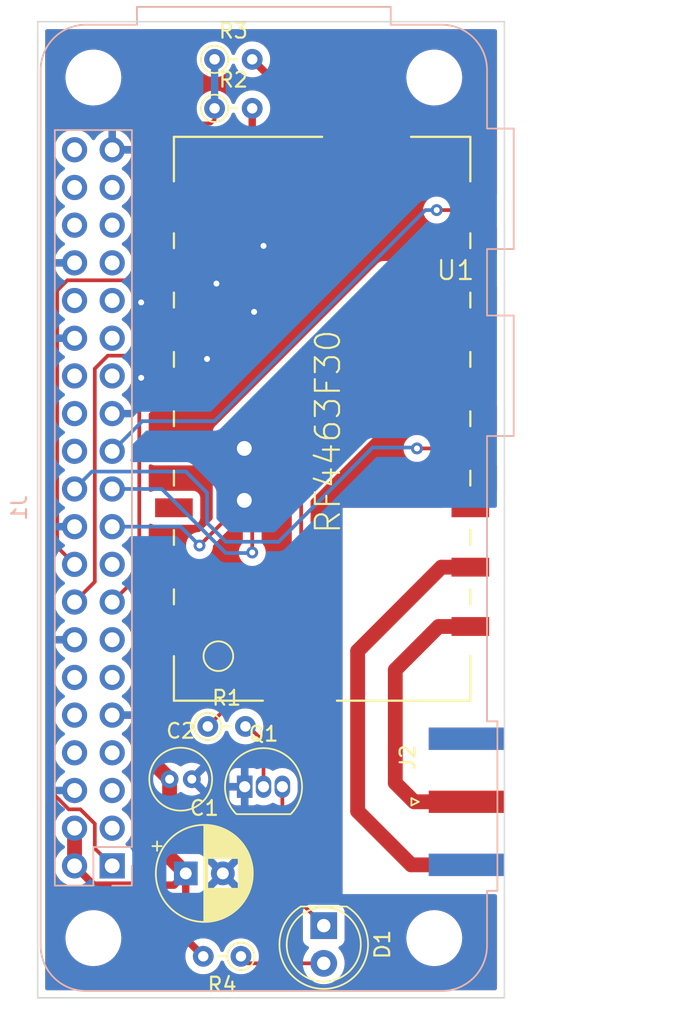
<source format=kicad_pcb>
(kicad_pcb (version 20211014) (generator pcbnew)

  (general
    (thickness 1.6)
  )

  (paper "A4")
  (layers
    (0 "F.Cu" signal)
    (31 "B.Cu" signal)
    (32 "B.Adhes" user "B.Adhesive")
    (33 "F.Adhes" user "F.Adhesive")
    (34 "B.Paste" user)
    (35 "F.Paste" user)
    (36 "B.SilkS" user "B.Silkscreen")
    (37 "F.SilkS" user "F.Silkscreen")
    (38 "B.Mask" user)
    (39 "F.Mask" user)
    (40 "Dwgs.User" user "User.Drawings")
    (41 "Cmts.User" user "User.Comments")
    (42 "Eco1.User" user "User.Eco1")
    (43 "Eco2.User" user "User.Eco2")
    (44 "Edge.Cuts" user)
    (45 "Margin" user)
    (46 "B.CrtYd" user "B.Courtyard")
    (47 "F.CrtYd" user "F.Courtyard")
    (48 "B.Fab" user)
    (49 "F.Fab" user)
    (50 "User.1" user)
    (51 "User.2" user)
    (52 "User.3" user)
    (53 "User.4" user)
    (54 "User.5" user)
    (55 "User.6" user)
    (56 "User.7" user)
    (57 "User.8" user)
    (58 "User.9" user)
  )

  (setup
    (stackup
      (layer "F.SilkS" (type "Top Silk Screen"))
      (layer "F.Paste" (type "Top Solder Paste"))
      (layer "F.Mask" (type "Top Solder Mask") (thickness 0.01))
      (layer "F.Cu" (type "copper") (thickness 0.035))
      (layer "dielectric 1" (type "core") (thickness 1.51) (material "FR4") (epsilon_r 4.5) (loss_tangent 0.02))
      (layer "B.Cu" (type "copper") (thickness 0.035))
      (layer "B.Mask" (type "Bottom Solder Mask") (thickness 0.01))
      (layer "B.Paste" (type "Bottom Solder Paste"))
      (layer "B.SilkS" (type "Bottom Silk Screen"))
      (copper_finish "None")
      (dielectric_constraints no)
    )
    (pad_to_mask_clearance 0)
    (pcbplotparams
      (layerselection 0x00010fc_ffffffff)
      (disableapertmacros false)
      (usegerberextensions true)
      (usegerberattributes false)
      (usegerberadvancedattributes false)
      (creategerberjobfile false)
      (svguseinch false)
      (svgprecision 6)
      (excludeedgelayer true)
      (plotframeref false)
      (viasonmask false)
      (mode 1)
      (useauxorigin false)
      (hpglpennumber 1)
      (hpglpenspeed 20)
      (hpglpendiameter 15.000000)
      (dxfpolygonmode true)
      (dxfimperialunits true)
      (dxfusepcbnewfont true)
      (psnegative false)
      (psa4output false)
      (plotreference true)
      (plotvalue false)
      (plotinvisibletext false)
      (sketchpadsonfab false)
      (subtractmaskfromsilk true)
      (outputformat 1)
      (mirror false)
      (drillshape 0)
      (scaleselection 1)
      (outputdirectory "output")
    )
  )

  (net 0 "")
  (net 1 "VCC")
  (net 2 "GND")
  (net 3 "Net-(D1-Pad1)")
  (net 4 "Net-(D1-Pad2)")
  (net 5 "+3V3")
  (net 6 "unconnected-(J1-Pad3)")
  (net 7 "unconnected-(J1-Pad5)")
  (net 8 "unconnected-(J1-Pad7)")
  (net 9 "unconnected-(J1-Pad8)")
  (net 10 "unconnected-(J1-Pad10)")
  (net 11 "unconnected-(J1-Pad11)")
  (net 12 "unconnected-(J1-Pad12)")
  (net 13 "unconnected-(J1-Pad13)")
  (net 14 "SDN")
  (net 15 "IT")
  (net 16 "CS")
  (net 17 "SDI")
  (net 18 "SDO")
  (net 19 "GPIO0")
  (net 20 "SCLK")
  (net 21 "unconnected-(J1-Pad24)")
  (net 22 "unconnected-(J1-Pad26)")
  (net 23 "unconnected-(J1-Pad27)")
  (net 24 "unconnected-(J1-Pad28)")
  (net 25 "unconnected-(J1-Pad29)")
  (net 26 "unconnected-(J1-Pad31)")
  (net 27 "unconnected-(J1-Pad32)")
  (net 28 "unconnected-(J1-Pad33)")
  (net 29 "unconnected-(J1-Pad35)")
  (net 30 "unconnected-(J1-Pad36)")
  (net 31 "unconnected-(J1-Pad37)")
  (net 32 "unconnected-(J1-Pad38)")
  (net 33 "unconnected-(J1-Pad40)")
  (net 34 "Net-(J2-Pad1)")
  (net 35 "Net-(J2-Pad2)")
  (net 36 "Net-(Q1-Pad2)")
  (net 37 "TX_LED")
  (net 38 "unconnected-(U1-Pad14)")
  (net 39 "unconnected-(U1-Pad3)")
  (net 40 "unconnected-(U1-Pad4)")
  (net 41 "unconnected-(J1-Pad17)")

  (footprint "Resistor_THT:R_Axial_DIN0204_L3.6mm_D1.6mm_P2.54mm_Vertical" (layer "F.Cu") (at 99.11 88.9))

  (footprint "npr70:RF4463F30" (layer "F.Cu") (at 115.824 58.166))

  (footprint "Package_TO_SOT_THT:TO-92_Inline" (layer "F.Cu") (at 101.6 92.964))

  (footprint "Resistor_THT:R_Axial_DIN0204_L3.6mm_D1.6mm_P2.54mm_Vertical" (layer "F.Cu") (at 99.568 43.942))

  (footprint "Connector_Coaxial:SMA_Amphenol_132289_EdgeMount" (layer "F.Cu") (at 116.5575 93.98))

  (footprint "Capacitor_THT:CP_Radial_D6.3mm_P2.50mm" (layer "F.Cu") (at 97.623621 98.806))

  (footprint "Resistor_THT:R_Axial_DIN0204_L3.6mm_D1.6mm_P2.54mm_Vertical" (layer "F.Cu") (at 99.568 47.244))

  (footprint "Resistor_THT:R_Axial_DIN0204_L3.6mm_D1.6mm_P2.54mm_Vertical" (layer "F.Cu") (at 101.346 104.394 180))

  (footprint "Capacitor_THT:C_Radial_D4.0mm_H5.0mm_P1.50mm" (layer "F.Cu") (at 96.532 92.456))

  (footprint "LED_THT:LED_D5.0mm" (layer "F.Cu") (at 106.934 102.327 -90))

  (footprint "Module:Raspberry_Pi_Zero_Socketed_THT_FaceDown_MountingHoles" (layer "B.Cu") (at 92.660759 98.298))

  (gr_line (start 119.126 41.402) (end 87.63 41.402) (layer "Edge.Cuts") (width 0.1) (tstamp 1cbcbc8c-b710-48db-a569-036ff3b7fdc3))
  (gr_line (start 87.63 107.188) (end 119.126 107.188) (layer "Edge.Cuts") (width 0.1) (tstamp 3d0fd239-72c6-4d90-a3ea-e3390b8b4326))
  (gr_line (start 87.63 41.402) (end 87.63 107.188) (layer "Edge.Cuts") (width 0.1) (tstamp 5ce9fb97-9956-43a9-84f9-f6e8e6ee5c79))
  (gr_line (start 119.126 107.188) (end 119.126 41.402) (layer "Edge.Cuts") (width 0.1) (tstamp 8499cc82-b35b-4f37-b1a9-3e7d39b9b9f9))

  (segment (start 97.623621 98.806) (end 97.623621 103.211621) (width 0.5) (layer "F.Cu") (net 1) (tstamp 19c72c50-e8cb-44ab-9aa3-12099190e2eb))
  (segment (start 95.374 91.298) (end 95.374 83.616) (width 1) (layer "F.Cu") (net 1) (tstamp 2b2fe480-2bad-42b6-bcad-acda8b39d5b5))
  (segment (start 90.120759 98.298) (end 91.420759 99.598) (width 0.5) (layer "F.Cu") (net 1) (tstamp 37bd4842-e5cf-4195-a6f8-9c0625a17d0a))
  (segment (start 96.532 92.456) (end 95.374 91.298) (width 1) (layer "F.Cu") (net 1) (tstamp 681efd8c-e0f0-4c06-ae2b-99165b1bd98a))
  (segment (start 96.532 97.714379) (end 97.623621 98.806) (width 1) (layer "F.Cu") (net 1) (tstamp 6b6f5e99-71a6-41a9-86fd-a6332afdccd5))
  (segment (start 96.831621 99.598) (end 97.623621 98.806) (width 0.5) (layer "F.Cu") (net 1) (tstamp 9239518c-58ba-4d1c-9bdd-4b8337bb004e))
  (segment (start 95.374 83.616) (end 96.824 82.166) (width 1) (layer "F.Cu") (net 1) (tstamp 99607d6b-cedb-4406-9390-32299ae0eeab))
  (segment (start 91.420759 99.598) (end 96.831621 99.598) (width 0.5) (layer "F.Cu") (net 1) (tstamp c53ac906-8764-451d-9574-d0e22ee4c16d))
  (segment (start 96.532 92.456) (end 96.532 97.714379) (width 1) (layer "F.Cu") (net 1) (tstamp cc87f3ac-1dba-4b8b-9fa5-d1694bdb898d))
  (segment (start 97.623621 103.211621) (end 98.806 104.394) (width 0.5) (layer "F.Cu") (net 1) (tstamp d1a72435-42a4-4c8d-8cd7-bd7ceb716516))
  (segment (start 90.120759 95.758) (end 90.120759 98.298) (width 1) (layer "F.Cu") (net 1) (tstamp ffe43b0d-e641-49dc-b5f3-48a4b5f53eb1))
  (via (at 94.615 65.405) (size 0.8) (drill 0.4) (layers "F.Cu" "B.Cu") (free) (net 2) (tstamp 0cf6a095-1fff-484a-84df-c7d41109c0bf))
  (via (at 99.06 64.135) (size 0.8) (drill 0.4) (layers "F.Cu" "B.Cu") (free) (net 2) (tstamp 7029d98d-dc6d-4c5e-b6a9-cebee3279c22))
  (via (at 99.695 59.055) (size 0.8) (drill 0.4) (layers "F.Cu" "B.Cu") (free) (net 2) (tstamp 8e34801e-bff9-4d6f-8edf-718214926c1c))
  (via (at 102.87 56.515) (size 0.8) (drill 0.4) (layers "F.Cu" "B.Cu") (free) (net 2) (tstamp b4d831b3-6116-4c0d-9813-f35977304861))
  (via (at 102.235 60.96) (size 0.8) (drill 0.4) (layers "F.Cu" "B.Cu") (free) (net 2) (tstamp d8fc2c57-d00c-4c40-83b6-c131add087db))
  (via (at 94.615 60.325) (size 0.8) (drill 0.4) (layers "F.Cu" "B.Cu") (free) (net 2) (tstamp ee079d64-6fb4-4a07-bf43-0c5cb7eb5d29))
  (segment (start 104.14 92.964) (end 104.14 99.533) (width 0.25) (layer "F.Cu") (net 3) (tstamp 3a0d95d8-890c-4a1d-94fb-ba14980c8da5))
  (segment (start 104.14 99.533) (end 106.934 102.327) (width 0.25) (layer "F.Cu") (net 3) (tstamp d8ebb66e-0cc3-4f0e-9687-dc2e90d97c8c))
  (segment (start 101.346 104.394) (end 101.819 104.867) (width 0.25) (layer "F.Cu") (net 4) (tstamp c1f22609-c7f8-4bf9-9a2e-0f87d036643c))
  (segment (start 106.461 104.394) (end 106.934 104.867) (width 0.5) (layer "F.Cu") (net 4) (tstamp c7ebc768-747b-43f8-88af-e357cafe5329))
  (segment (start 101.819 104.867) (end 106.934 104.867) (width 0.25) (layer "F.Cu") (net 4) (tstamp f9757ea5-a1a2-498d-99d2-b5a74a46cea9))
  (segment (start 89.729058 94.488) (end 88.392 93.150942) (width 0.25) (layer "F.Cu") (net 5) (tstamp 1275d0f5-9827-40af-bbde-29120bdf8ac7))
  (segment (start 99.314 48.26) (end 99.568 48.006) (width 0.25) (layer "F.Cu") (net 5) (tstamp 1d427e89-8fe3-44bf-92ac-10eabb792b42))
  (segment (start 92.660759 98.298) (end 91.485759 97.123) (width 0.25) (layer "F.Cu") (net 5) (tstamp 33597ca2-a3ae-4374-b3ea-cdc3a78c1ce2))
  (segment (start 91.485759 97.123) (end 91.485759 95.461299) (width 0.25) (layer "F.Cu") (net 5) (tstamp 347c025b-6ca9-402e-a193-4e3d3ea8e05d))
  (segment (start 90.51246 94.488) (end 89.729058 94.488) (width 0.25) (layer "F.Cu") (net 5) (tstamp 883825b1-5105-4b32-98a5-6cac6962adb5))
  (segment (start 89.662 48.26) (end 99.314 48.26) (width 0.25) (layer "F.Cu") (net 5) (tstamp 9c31ed32-66f6-4f69-85f1-4afdffe4ecfb))
  (segment (start 88.392 49.53) (end 89.662 48.26) (width 0.25) (layer "F.Cu") (net 5) (tstamp a5600751-9c52-4709-b66e-1a71e982016e))
  (segment (start 99.568 48.006) (end 99.568 47.244) (width 0.25) (layer "F.Cu") (net 5) (tstamp be2de9ec-08fc-42a3-9fd9-8c910d28b1eb))
  (segment (start 88.392 93.150942) (end 88.392 49.53) (width 0.25) (layer "F.Cu") (net 5) (tstamp d3bb9be7-1e45-4f9c-8381-e9a9a1b59bee))
  (segment (start 91.485759 95.461299) (end 90.51246 94.488) (width 0.25) (layer "F.Cu") (net 5) (tstamp e5b3c9c6-7d00-4aeb-b08f-5335f283c2fe))
  (segment (start 99.568 47.244) (end 99.568 43.942) (width 0.5) (layer "B.Cu") (net 5) (tstamp 700f11dd-9845-4c58-8056-6695497f9b7a))
  (segment (start 96.824 66.166) (end 98.934 66.166) (width 0.5) (layer "F.Cu") (net 14) (tstamp 075ece9a-4f07-4e3e-82a1-f3b43ebd2ed4))
  (segment (start 95.886 66.166) (end 96.824 66.166) (width 0.25) (layer "F.Cu") (net 14) (tstamp 07c4a21c-8df0-4e33-863d-c690837d1b09))
  (segment (start 92.660759 80.518) (end 94.488 78.690759) (width 0.25) (layer "F.Cu") (net 14) (tstamp 3e99171a-cd41-402d-8b50-5fffb37d97bf))
  (segment (start 94.488 78.690759) (end 94.488 67.564) (width 0.25) (layer "F.Cu") (net 14) (tstamp 4c218dc9-fd6a-41c4-b2cc-7ab94f840e4e))
  (segment (start 104.14 45.974) (end 102.108 43.942) (width 0.5) (layer "F.Cu") (net 14) (tstamp 57c44624-d28d-4370-9dd7-3341a0ab8166))
  (segment (start 98.934 66.166) (end 104.14 60.96) (width 0.5) (layer "F.Cu") (net 14) (tstamp 5a19c519-4ce5-459a-84db-e32addc8c050))
  (segment (start 104.14 60.96) (end 104.14 45.974) (width 0.5) (layer "F.Cu") (net 14) (tstamp 79e12ffa-1d83-4130-b51a-799c54cee59a))
  (segment (start 94.488 67.564) (end 95.886 66.166) (width 0.25) (layer "F.Cu") (net 14) (tstamp e5e5bc7c-6fbd-4c37-baa4-8a2b7b850382))
  (segment (start 91.485759 79.153) (end 91.485759 64.791299) (width 0.25) (layer "F.Cu") (net 15) (tstamp 5c0ee249-7b4c-426e-bcd4-affa91756f26))
  (segment (start 91.485759 64.791299) (end 92.364058 63.913) (width 0.25) (layer "F.Cu") (net 15) (tstamp 7adf9a98-e1ad-4119-8511-1d8f0fa01362))
  (segment (start 92.364058 63.913) (end 95.077 63.913) (width 0.25) (layer "F.Cu") (net 15) (tstamp 88f5663c-4564-4ffa-a236-33a3d940fbc7))
  (segment (start 90.120759 80.518) (end 91.485759 79.153) (width 0.25) (layer "F.Cu") (net 15) (tstamp b375b9e7-c702-4f5c-a96c-6d518aa5e17c))
  (segment (start 95.077 63.913) (end 96.824 62.166) (width 0.25) (layer "F.Cu") (net 15) (tstamp f69c4574-c4d2-4c35-a536-2920992bf371))
  (segment (start 94.234 58.166) (end 96.824 58.166) (width 0.25) (layer "F.Cu") (net 16) (tstamp 0e324987-e230-421b-82da-84678925d93e))
  (segment (start 102.108 54.864) (end 102.108 47.244) (width 0.5) (layer "F.Cu") (net 16) (tstamp 1661e861-d297-4618-9a91-11f3db69b94e))
  (segment (start 98.806 58.166) (end 102.108 54.864) (width 0.5) (layer "F.Cu") (net 16) (tstamp 37cd6516-d429-4969-9fa7-b027eaf45df3))
  (segment (start 90.120759 77.978) (end 88.945759 76.803) (width 0.25) (layer "F.Cu") (net 16) (tstamp 532b887d-d4a3-4dd6-b74f-304a744305d8))
  (segment (start 88.945759 76.803) (end 88.945759 59.521299) (width 0.25) (layer "F.Cu") (net 16) (tstamp 555ad0e8-5c25-4d27-8549-32064c12b6db))
  (segment (start 93.567 58.833) (end 94.234 58.166) (width 0.25) (layer "F.Cu") (net 16) (tstamp 5984cf9c-6376-4a59-9a5f-e2b0a405572a))
  (segment (start 89.634058 58.833) (end 93.567 58.833) (width 0.25) (layer "F.Cu") (net 16) (tstamp c573350a-a1a3-4012-9295-84021fbe2f88))
  (segment (start 96.824 58.166) (end 98.806 58.166) (width 0.5) (layer "F.Cu") (net 16) (tstamp d958f16d-1869-4e51-8e33-d3fd92e5d92a))
  (segment (start 88.945759 59.521299) (end 89.634058 58.833) (width 0.25) (layer "F.Cu") (net 16) (tstamp ee3edbd1-847c-4f75-a7fb-3f1fefee942b))
  (segment (start 100.076 69.088) (end 110.998 58.166) (width 0.25) (layer "F.Cu") (net 17) (tstamp 52e5a68d-0855-4103-9eca-79aa079c8026))
  (segment (start 98.552 76.708) (end 100.076 75.184) (width 0.25) (layer "F.Cu") (net 17) (tstamp 7ba525f4-080b-4e22-9628-81baa4c287bd))
  (segment (start 100.076 75.184) (end 100.076 69.088) (width 0.25) (layer "F.Cu") (net 17) (tstamp 90da63f9-79e7-4f12-8d43-61c41f58770f))
  (segment (start 110.998 58.166) (end 114.554 58.166) (width 0.25) (layer "F.Cu") (net 17) (tstamp 97ac82b1-8d6b-46d2-b452-825f09286346))
  (segment (start 114.554 58.166) (end 116.824 58.166) (width 0.25) (layer "F.Cu") (net 17) (tstamp c326496f-37a6-413d-b8e6-a20746e4c00d))
  (via (at 98.552 76.708) (size 0.8) (drill 0.4) (layers "F.Cu" "B.Cu") (net 17) (tstamp 03c09b0d-860e-450d-92a0-672793b02708))
  (segment (start 92.660759 75.438) (end 97.282 75.438) (width 0.25) (layer "B.Cu") (net 17) (tstamp 43b717b1-e643-416c-a15e-f4fd3854a09d))
  (segment (start 97.282 75.438) (end 98.552 76.708) (width 0.25) (layer "B.Cu") (net 17) (tstamp 64d780fd-906a-48fa-8c2a-fcb2fb521c48))
  (segment (start 115.38 62.166) (end 116.824 62.166) (width 0.25) (layer "F.Cu") (net 18) (tstamp 54d05881-f7eb-4831-a0c6-4c2e052cdb21))
  (segment (start 102.108 75.438) (end 115.38 62.166) (width 0.25) (layer "F.Cu") (net 18) (tstamp 7f3e8a11-fc76-4d87-9749-2e18f0d9a9cb))
  (segment (start 102.108 77.1785) (end 102.108 75.438) (width 0.25) (layer "F.Cu") (net 18) (tstamp b602ebd6-efb4-4d09-b3bb-fc05d8096831))
  (via (at 102.108 77.1785) (size 0.8) (drill 0.4) (layers "F.Cu" "B.Cu") (net 18) (tstamp 531cba69-f186-4bd5-9da7-596721b39895))
  (segment (start 96.012 72.898) (end 100.33 77.216) (width 0.25) (layer "B.Cu") (net 18) (tstamp 61450ce6-4a96-4e7b-8ab3-3314869173c0))
  (segment (start 92.660759 72.898) (end 96.012 72.898) (width 0.25) (layer "B.Cu") (net 18) (tstamp c0765a80-c5b8-4e29-9559-f46e6d4da84b))
  (segment (start 102.0705 77.216) (end 102.108 77.1785) (width 0.25) (layer "B.Cu") (net 18) (tstamp c5cebf8d-201d-48e1-9735-2481ee612717))
  (segment (start 100.33 77.216) (end 102.0705 77.216) (width 0.25) (layer "B.Cu") (net 18) (tstamp e82cc299-cafa-451b-8bd0-07dcd1926ed2))
  (segment (start 113.222 70.166) (end 116.824 70.166) (width 0.25) (layer "F.Cu") (net 19) (tstamp 23c9f07b-97e1-4ce6-8b41-2f31bedc5498))
  (via (at 113.222 70.166) (size 0.8) (drill 0.4) (layers "F.Cu" "B.Cu") (net 19) (tstamp e0161ec7-749c-45fd-930d-350237ce66f4))
  (segment (start 99.06 75.184) (end 100.33 76.454) (width 0.25) (layer "B.Cu") (net 19) (tstamp 07866da5-3f08-4cd0-8645-d020356d6606))
  (segment (start 91.295759 71.723) (end 97.631 71.723) (width 0.25) (layer "B.Cu") (net 19) (tstamp 27bd6e3c-0fdb-4ada-bfcf-c2f4a79a0401))
  (segment (start 103.886 76.454) (end 110.236 70.104) (width 0.25) (layer "B.Cu") (net 19) (tstamp 310add1d-d3aa-438b-b8ce-de528d132985))
  (segment (start 110.236 70.104) (end 113.16 70.104) (width 0.25) (layer "B.Cu") (net 19) (tstamp 6318b98a-7da8-47ce-a4ca-75293b19ff18))
  (segment (start 90.120759 72.898) (end 91.295759 71.723) (width 0.25) (layer "B.Cu") (net 19) (tstamp 673aabc8-6240-40c0-a22b-a51e544fef68))
  (segment (start 97.631 71.723) (end 99.06 73.152) (width 0.25) (layer "B.Cu") (net 19) (tstamp b549b56a-4d9f-477d-91c8-d07fb21692f4))
  (segment (start 99.06 73.152) (end 99.06 75.184) (width 0.25) (layer "B.Cu") (net 19) (tstamp c9cac34f-5886-494c-8fdf-e9906a35fd22))
  (segment (start 100.33 76.454) (end 103.886 76.454) (width 0.25) (layer "B.Cu") (net 19) (tstamp de090662-5577-480c-9258-aee581e634b3))
  (segment (start 113.16 70.104) (end 113.222 70.166) (width 0.25) (layer "B.Cu") (net 19) (tstamp ff8da7cf-70fa-4b1a-8c93-c770f52862ea))
  (segment (start 116.76 54.102) (end 116.824 54.166) (width 0.25) (layer "F.Cu") (net 20) (tstamp a31f7148-f82f-47dc-b51d-8f6afbfd82c5))
  (segment (start 114.554 54.102) (end 116.76 54.102) (width 0.25) (layer "F.Cu") (net 20) (tstamp d903c4e1-fc59-48a8-8a49-8972441a669c))
  (via (at 114.554 54.102) (size 0.8) (drill 0.4) (layers "F.Cu" "B.Cu") (net 20) (tstamp 73874cc3-35de-4a9f-95f1-0f25cdaf8785))
  (segment (start 113.792 54.102) (end 114.554 54.102) (width 0.25) (layer "B.Cu") (net 20) (tstamp 25f0b3ee-6df5-4830-ab79-240df384c1ef))
  (segment (start 94.692759 68.326) (end 99.568 68.326) (width 0.25) (layer "B.Cu") (net 20) (tstamp 54412673-a3c3-4b13-9e69-26a1df59ecc7))
  (segment (start 99.568 68.326) (end 113.792 54.102) (width 0.25) (layer "B.Cu") (net 20) (tstamp 7d22d611-84df-4aac-9c1d-f98b0d109255))
  (segment (start 92.660759 70.358) (end 94.692759 68.326) (width 0.25) (layer "B.Cu") (net 20) (tstamp af397a18-0400-4800-81cc-31b083f851a3))
  (segment (start 111.76 85.09) (end 114.684 82.166) (width 1) (layer "F.Cu") (net 34) (tstamp 225cdc1b-dfa9-4b2e-82fa-56d7390eec87))
  (segment (start 113.03 93.98) (end 111.76 92.71) (width 1) (layer "F.Cu") (net 34) (tstamp 25fd3fdb-f225-4e44-87cc-a6dfb1bcd02d))
  (segment (start 111.76 92.71) (end 111.76 85.09) (width 1) (layer "F.Cu") (net 34) (tstamp c5e4c1aa-4042-4a61-9f57-cce7b7bc8ec5))
  (segment (start 114.684 82.166) (end 116.824 82.166) (width 1) (layer "F.Cu") (net 34) (tstamp d7b29d87-bff6-4908-b6dc-b637e2ea5458))
  (segment (start 116.5575 93.98) (end 113.03 93.98) (width 1) (layer "F.Cu") (net 34) (tstamp f714e5a7-045b-47fc-92f0-d16fd856220d))
  (segment (start 114.874 78.166) (end 116.824 78.166) (width 1) (layer "F.Cu") (net 35) (tstamp 0806f5f1-b334-404c-823f-d2bcb487763d))
  (segment (start 116.5575 98.23) (end 112.835 98.23) (width 1) (layer "F.Cu") (net 35) (tstamp 5c2502ed-da2b-4d81-a2c1-350d26a30f5a))
  (segment (start 109.22 83.82) (end 114.874 78.166) (width 1) (layer "F.Cu") (net 35) (tstamp 882407b9-5d2d-4f4d-8d0e-a33bfa0d7b94))
  (segment (start 109.22 94.615) (end 109.22 83.82) (width 1) (layer "F.Cu") (net 35) (tstamp b263aa70-2ed2-43cb-b989-6a7a72cd05ff))
  (segment (start 112.835 98.23) (end 109.22 94.615) (width 1) (layer "F.Cu") (net 35) (tstamp cb11be82-d200-4dd2-81c9-438a5d285f9d))
  (segment (start 101.854 88.9) (end 102.87 89.916) (width 0.25) (layer "F.Cu") (net 36) (tstamp 977a525b-a185-4515-83d5-985d74d139c7))
  (segment (start 102.87 89.916) (end 102.87 92.964) (width 0.25) (layer "F.Cu") (net 36) (tstamp b41b15fa-8652-4e33-8c02-c31578f4d11a))
  (segment (start 116.824 66.166) (end 112.65 66.166) (width 0.25) (layer "F.Cu") (net 37) (tstamp 2287bbe4-d3db-415a-93bf-7811156f1422))
  (segment (start 105.41 73.406) (end 105.41 82.6) (width 0.25) (layer "F.Cu") (net 37) (tstamp 2a1ca8cc-f715-4701-ba6c-19a3a637b8f0))
  (segment (start 112.65 66.166) (end 105.41 73.406) (width 0.25) (layer "F.Cu") (net 37) (tstamp 550eadbf-b4e4-4b07-8c78-1df04a38d158))
  (segment (start 105.41 82.6) (end 99.11 88.9) (width 0.25) (layer "F.Cu") (net 37) (tstamp 58938d3d-0d3c-45e3-b44a-d15c7ac15bc2))

  (zone (net 2) (net_name "GND") (layers F&B.Cu) (tstamp 6c7fac1c-5ee2-4335-9af5-6303fd9047c7) (hatch edge 0.508)
    (connect_pads (clearance 0.508))
    (min_thickness 0.254) (filled_areas_thickness no)
    (fill yes (thermal_gap 0.508) (thermal_bridge_width 0.508))
    (polygon
      (pts
        (xy 123.19 108.966)
        (xy 85.09 108.712)
        (xy 85.344 40.386)
        (xy 123.19 40.386)
      )
    )
    (filled_polygon
      (layer "F.Cu")
      (pts
        (xy 114.99525 66.819502)
        (xy 115.041743 66.873158)
        (xy 115.049712 66.896354)
        (xy 115.051402 66.903459)
        (xy 115.052255 66.911316)
        (xy 115.103385 67.047705)
        (xy 115.190739 67.164261)
        (xy 115.307295 67.251615)
        (xy 115.443684 67.302745)
        (xy 115.505866 67.3095)
        (xy 118.142134 67.3095)
        (xy 118.204316 67.302745)
        (xy 118.340705 67.251615)
        (xy 118.415935 67.195233)
        (xy 118.482441 67.170385)
        (xy 118.551824 67.185438)
        (xy 118.602054 67.235612)
        (xy 118.6175 67.296059)
        (xy 118.6175 69.035941)
        (xy 118.597498 69.104062)
        (xy 118.543842 69.150555)
        (xy 118.473568 69.160659)
        (xy 118.415935 69.136767)
        (xy 118.340705 69.080385)
        (xy 118.204316 69.029255)
        (xy 118.142134 69.0225)
        (xy 115.505866 69.0225)
        (xy 115.443684 69.029255)
        (xy 115.307295 69.080385)
        (xy 115.190739 69.167739)
        (xy 115.103385 69.284295)
        (xy 115.052255 69.420684)
        (xy 115.051402 69.42854)
        (xy 115.049712 69.435646)
        (xy 115.014494 69.497293)
        (xy 114.951539 69.530113)
        (xy 114.927129 69.5325)
        (xy 113.9302 69.5325)
        (xy 113.862079 69.512498)
        (xy 113.842853 69.496157)
        (xy 113.84258 69.49646)
        (xy 113.837668 69.492037)
        (xy 113.833253 69.487134)
        (xy 113.716894 69.402594)
        (xy 113.684094 69.378763)
        (xy 113.684093 69.378762)
        (xy 113.678752 69.374882)
        (xy 113.672724 69.372198)
        (xy 113.672722 69.372197)
        (xy 113.510319 69.299891)
        (xy 113.510318 69.299891)
        (xy 113.504288 69.297206)
        (xy 113.40974 69.277109)
        (xy 113.323944 69.258872)
        (xy 113.323939 69.258872)
        (xy 113.317487 69.2575)
        (xy 113.126513 69.2575)
        (xy 113.120061 69.258872)
        (xy 113.120056 69.258872)
        (xy 113.03426 69.277109)
        (xy 112.939712 69.297206)
        (xy 112.933682 69.299891)
        (xy 112.933681 69.299891)
        (xy 112.771278 69.372197)
        (xy 112.771276 69.372198)
        (xy 112.765248 69.374882)
        (xy 112.610747 69.487134)
        (xy 112.606326 69.492044)
        (xy 112.606325 69.492045)
        (xy 112.572049 69.530113)
        (xy 112.48296 69.629056)
        (xy 112.387473 69.794444)
        (xy 112.328458 69.976072)
        (xy 112.308496 70.166)
        (xy 112.328458 70.355928)
        (xy 112.387473 70.537556)
        (xy 112.48296 70.702944)
        (xy 112.610747 70.844866)
        (xy 112.765248 70.957118)
        (xy 112.771276 70.959802)
        (xy 112.771278 70.959803)
        (xy 112.881575 71.00891)
        (xy 112.939712 71.034794)
        (xy 113.033112 71.054647)
        (xy 113.120056 71.073128)
        (xy 113.120061 71.073128)
        (xy 113.126513 71.0745)
        (xy 113.317487 71.0745)
        (xy 113.323939 71.073128)
        (xy 113.323944 71.073128)
        (xy 113.410888 71.054647)
        (xy 113.504288 71.034794)
        (xy 113.562425 71.00891)
        (xy 113.672722 70.959803)
        (xy 113.672724 70.959802)
        (xy 113.678752 70.957118)
        (xy 113.833253 70.844866)
        (xy 113.837668 70.839963)
        (xy 113.84258 70.83554)
        (xy 113.843705 70.836789)
        (xy 113.897014 70.803949)
        (xy 113.9302 70.7995)
        (xy 114.927129 70.7995)
        (xy 114.99525 70.819502)
        (xy 115.041743 70.873158)
        (xy 115.049712 70.896354)
        (xy 115.051402 70.903459)
        (xy 115.052255 70.911316)
        (xy 115.103385 71.047705)
        (xy 115.190739 71.164261)
        (xy 115.307295 71.251615)
        (xy 115.443684 71.302745)
        (xy 115.505866 71.3095)
        (xy 118.142134 71.3095)
        (xy 118.204316 71.302745)
        (xy 118.340705 71.251615)
        (xy 118.415935 71.195233)
        (xy 118.482441 71.170385)
        (xy 118.551824 71.185438)
        (xy 118.602054 71.235612)
        (xy 118.6175 71.296059)
        (xy 118.6175 73.035941)
        (xy 118.597498 73.104062)
        (xy 118.543842 73.150555)
        (xy 118.473568 73.160659)
        (xy 118.415935 73.136767)
        (xy 118.362359 73.096614)
        (xy 118.340705 73.080385)
        (xy 118.204316 73.029255)
        (xy 118.142134 73.0225)
        (xy 115.505866 73.0225)
        (xy 115.443684 73.029255)
        (xy 115.307295 73.080385)
        (xy 115.190739 73.167739)
        (xy 115.103385 73.284295)
        (xy 115.052255 73.420684)
        (xy 115.0455 73.482866)
        (xy 115.0455 74.042)
        (xy 115.025498 74.110121)
        (xy 114.971842 74.156614)
        (xy 114.9195 74.168)
        (xy 108.204 74.168)
        (xy 108.204 100.203)
        (xy 118.4915 100.203)
        (xy 118.559621 100.223002)
        (xy 118.606114 100.276658)
        (xy 118.6175 100.329)
        (xy 118.6175 106.5535)
        (xy 118.597498 106.621621)
        (xy 118.543842 106.668114)
        (xy 118.4915 106.6795)
        (xy 88.2645 106.6795)
        (xy 88.196379 106.659498)
        (xy 88.149886 106.605842)
        (xy 88.1385 106.5535)
        (xy 88.1385 103.210846)
        (xy 89.502707 103.210846)
        (xy 89.528668 103.482949)
        (xy 89.529753 103.487383)
        (xy 89.529754 103.487389)
        (xy 89.582531 103.703067)
        (xy 89.593637 103.748455)
        (xy 89.595349 103.752681)
        (xy 89.59535 103.752685)
        (xy 89.689204 103.9844)
        (xy 89.696252 104.001801)
        (xy 89.698556 104.005736)
        (xy 89.698558 104.00574)
        (xy 89.7263 104.053119)
        (xy 89.834365 104.23768)
        (xy 90.005082 104.451151)
        (xy 90.204827 104.637742)
        (xy 90.429415 104.793544)
        (xy 90.460302 104.80891)
        (xy 90.670055 104.913261)
        (xy 90.670058 104.913262)
        (xy 90.674142 104.915294)
        (xy 90.93388 105.00044)
        (xy 90.938371 105.00122)
        (xy 90.938372 105.00122)
        (xy 91.199409 105.046544)
        (xy 91.199417 105.046545)
        (xy 91.20319 105.0472)
        (xy 91.207027 105.047391)
        (xy 91.287992 105.051422)
        (xy 91.288 105.051422)
        (xy 91.289563 105.0515)
        (xy 91.460193 105.0515)
        (xy 91.462461 105.051335)
        (xy 91.462473 105.051335)
        (xy 91.594032 105.041789)
        (xy 91.663381 105.036757)
        (xy 91.667836 105.035773)
        (xy 91.667839 105.035773)
        (xy 91.925832 104.978814)
        (xy 91.925836 104.978813)
        (xy 91.930292 104.977829)
        (xy 92.100716 104.913261)
        (xy 92.181631 104.882605)
        (xy 92.181634 104.882604)
        (xy 92.185901 104.880987)
        (xy 92.424853 104.748261)
        (xy 92.642142 104.582431)
        (xy 92.833217 104.386971)
        (xy 92.879495 104.323392)
        (xy 92.991388 104.169667)
        (xy 92.991391 104.169661)
        (xy 92.994074 104.165976)
        (xy 92.996196 104.161943)
        (xy 92.996199 104.161938)
        (xy 93.119219 103.928115)
        (xy 93.119219 103.928114)
        (xy 93.121345 103.924074)
        (xy 93.212362 103.666334)
        (xy 93.239328 103.52952)
        (xy 93.264339 103.402627)
        (xy 93.26434 103.402621)
        (xy 93.26522 103.398155)
        (xy 93.26742 103.35396)
        (xy 93.278584 103.129723)
        (xy 93.278584 103.129717)
        (xy 93.278811 103.125154)
        (xy 93.25285 102.853051)
        (xy 93.250942 102.84525)
        (xy 93.188966 102.591979)
        (xy 93.187881 102.587545)
        (xy 93.118491 102.416227)
        (xy 93.086979 102.338427)
        (xy 93.086976 102.338421)
        (xy 93.085266 102.334199)
        (xy 92.947153 102.09832)
        (xy 92.776436 101.884849)
        (xy 92.576691 101.698258)
        (xy 92.352103 101.542456)
        (xy 92.176336 101.455013)
        (xy 92.111463 101.422739)
        (xy 92.11146 101.422738)
        (xy 92.107376 101.420706)
        (xy 91.847638 101.33556)
        (xy 91.843146 101.33478)
        (xy 91.582109 101.289456)
        (xy 91.582101 101.289455)
        (xy 91.578328 101.2888)
        (xy 91.566997 101.288236)
        (xy 91.493526 101.284578)
        (xy 91.493518 101.284578)
        (xy 91.491955 101.2845)
        (xy 91.321325 101.2845)
        (xy 91.319057 101.284665)
        (xy 91.319045 101.284665)
        (xy 91.187486 101.294211)
        (xy 91.118137 101.299243)
        (xy 91.113682 101.300227)
        (xy 91.113679 101.300227)
        (xy 90.855686 101.357186)
        (xy 90.855682 101.357187)
        (xy 90.851226 101.358171)
        (xy 90.805569 101.375469)
        (xy 90.599887 101.453395)
        (xy 90.599884 101.453396)
        (xy 90.595617 101.455013)
        (xy 90.356665 101.587739)
        (xy 90.139376 101.753569)
        (xy 89.948301 101.949029)
        (xy 89.945614 101.952721)
        (xy 89.945612 101.952723)
        (xy 89.79013 102.166333)
        (xy 89.790127 102.166339)
        (xy 89.787444 102.170024)
        (xy 89.785322 102.174057)
        (xy 89.785319 102.174062)
        (xy 89.701067 102.334199)
        (xy 89.660173 102.411926)
        (xy 89.569156 102.669666)
        (xy 89.568276 102.674132)
        (xy 89.524262 102.89744)
        (xy 89.516298 102.937845)
        (xy 89.516071 102.942398)
        (xy 89.516071 102.942401)
        (xy 89.503305 103.198835)
        (xy 89.502707 103.210846)
        (xy 88.1385 103.210846)
        (xy 88.1385 94.097536)
        (xy 88.158502 94.029415)
        (xy 88.212158 93.982922)
        (xy 88.282432 93.972818)
        (xy 88.347012 94.002312)
        (xy 88.353595 94.008441)
        (xy 89.064157 94.719003)
        (xy 89.098183 94.781315)
        (xy 89.093118 94.85213)
        (xy 89.068 94.892204)
        (xy 89.068216 94.892379)
        (xy 89.066776 94.894157)
        (xy 89.066153 94.895152)
        (xy 89.061388 94.900138)
        (xy 88.935502 95.08468)
        (xy 88.841447 95.287305)
        (xy 88.781748 95.50257)
        (xy 88.75801 95.724695)
        (xy 88.758307 95.729848)
        (xy 88.758307 95.729851)
        (xy 88.76377 95.82459)
        (xy 88.770869 95.947715)
        (xy 88.772006 95.952761)
        (xy 88.772007 95.952767)
        (xy 88.791878 96.040939)
        (xy 88.819981 96.165639)
        (xy 88.904025 96.372616)
        (xy 89.020746 96.563088)
        (xy 89.024126 96.56699)
        (xy 89.081496 96.633219)
        (xy 89.110979 96.697804)
        (xy 89.112259 96.715717)
        (xy 89.112259 97.336381)
        (xy 89.092257 97.404502)
        (xy 89.077353 97.423432)
        (xy 89.061388 97.440138)
        (xy 88.935502 97.62468)
        (xy 88.922572 97.652536)
        (xy 88.850621 97.807542)
        (xy 88.841447 97.827305)
        (xy 88.781748 98.04257)
        (xy 88.75801 98.264695)
        (xy 88.758307 98.269848)
        (xy 88.758307 98.269851)
        (xy 88.765519 98.394929)
        (xy 88.770869 98.487715)
        (xy 88.772006 98.492761)
        (xy 88.772007 98.492767)
        (xy 88.790019 98.572688)
        (xy 88.819981 98.705639)
        (xy 88.904025 98.912616)
        (xy 89.020746 99.103088)
        (xy 89.167009 99.271938)
        (xy 89.338885 99.414632)
        (xy 89.531759 99.527338)
        (xy 89.536584 99.52918)
        (xy 89.536585 99.529181)
        (xy 89.609371 99.556975)
        (xy 89.740451 99.60703)
        (xy 89.745519 99.608061)
        (xy 89.745522 99.608062)
        (xy 89.828628 99.62497)
        (xy 89.959356 99.651567)
        (xy 89.964531 99.651757)
        (xy 89.964533 99.651757)
        (xy 90.177432 99.659564)
        (xy 90.177436 99.659564)
        (xy 90.182596 99.659753)
        (xy 90.322667 99.641809)
        (xy 90.392776 99.652993)
        (xy 90.427771 99.677693)
        (xy 90.836989 100.086911)
        (xy 90.849375 100.101323)
        (xy 90.857908 100.112918)
        (xy 90.857913 100.112923)
        (xy 90.862251 100.118818)
        (xy 90.867829 100.123557)
        (xy 90.867832 100.12356)
        (xy 90.902527 100.153035)
        (xy 90.910043 100.159965)
        (xy 90.915739 100.165661)
        (xy 90.9186 100.167924)
        (xy 90.918605 100.167929)
        (xy 90.938015 100.183285)
        (xy 90.941417 100.186074)
        (xy 90.997044 100.233333)
        (xy 91.003561 100.236661)
        (xy 91.008609 100.240027)
        (xy 91.013731 100.24319)
        (xy 91.019475 100.247735)
        (xy 91.085654 100.278664)
        (xy 91.089538 100.280563)
        (xy 91.154567 100.313769)
        (xy 91.161682 100.31551)
        (xy 91.167337 100.317613)
        (xy 91.173076 100.319522)
        (xy 91.179709 100.322622)
        (xy 91.251194 100.337491)
        (xy 91.25546 100.338457)
        (xy 91.326369 100.355808)
        (xy 91.331971 100.356156)
        (xy 91.331974 100.356156)
        (xy 91.337523 100.3565)
        (xy 91.337521 100.356535)
        (xy 91.341493 100.356775)
        (xy 91.345714 100.357152)
        (xy 91.352874 100.358641)
        (xy 91.430301 100.356546)
        (xy 91.433709 100.3565)
        (xy 96.739121 100.3565)
        (xy 96.807242 100.376502)
        (xy 96.853735 100.430158)
        (xy 96.865121 100.4825)
        (xy 96.865121 103.144551)
        (xy 96.863688 103.163501)
        (xy 96.860422 103.18497)
        (xy 96.861015 103.192262)
        (xy 96.861015 103.192265)
        (xy 96.864706 103.237639)
        (xy 96.865121 103.247854)
        (xy 96.865121 103.255914)
        (xy 96.865546 103.259558)
        (xy 96.86841 103.284128)
        (xy 96.868843 103.288503)
        (xy 96.872814 103.337316)
        (xy 96.874761 103.361258)
        (xy 96.877017 103.368222)
        (xy 96.878208 103.374181)
        (xy 96.879592 103.380036)
        (xy 96.880439 103.387302)
        (xy 96.905356 103.455948)
        (xy 96.906773 103.460076)
        (xy 96.909533 103.468594)
        (xy 96.92927 103.52952)
        (xy 96.933066 103.535775)
        (xy 96.935572 103.541249)
        (xy 96.938291 103.546679)
        (xy 96.940788 103.553558)
        (xy 96.944801 103.559678)
        (xy 96.944801 103.559679)
        (xy 96.980807 103.614597)
        (xy 96.983144 103.618301)
        (xy 97.021026 103.680728)
        (xy 97.024742 103.684936)
        (xy 97.024743 103.684937)
        (xy 97.028424 103.689105)
        (xy 97.028397 103.689129)
        (xy 97.03105 103.692121)
        (xy 97.033753 103.695354)
        (xy 97.037765 103.701473)
        (xy 97.075648 103.73736)
        (xy 97.094004 103.754749)
        (xy 97.096446 103.757127)
        (xy 97.562635 104.223316)
        (xy 97.596661 104.285628)
        (xy 97.599061 104.323392)
        (xy 97.592884 104.394)
        (xy 97.611314 104.604655)
        (xy 97.612738 104.609968)
        (xy 97.612738 104.60997)
        (xy 97.62018 104.637742)
        (xy 97.666044 104.80891)
        (xy 97.668366 104.813891)
        (xy 97.668367 104.813892)
        (xy 97.745272 104.978814)
        (xy 97.755411 105.000558)
        (xy 97.876699 105.173776)
        (xy 98.026224 105.323301)
        (xy 98.199442 105.444589)
        (xy 98.20442 105.44691)
        (xy 98.204423 105.446912)
        (xy 98.386108 105.531633)
        (xy 98.39109 105.533956)
        (xy 98.396398 105.535378)
        (xy 98.3964 105.535379)
        (xy 98.59003 105.587262)
        (xy 98.590032 105.587262)
        (xy 98.595345 105.588686)
        (xy 98.806 105.607116)
        (xy 99.016655 105.588686)
        (xy 99.021968 105.587262)
        (xy 99.02197 105.587262)
        (xy 99.2156 105.535379)
        (xy 99.215602 105.535378)
        (xy 99.22091 105.533956)
        (xy 99.225892 105.531633)
        (xy 99.407577 105.446912)
        (xy 99.40758 105.44691)
        (xy 99.412558 105.444589)
        (xy 99.585776 105.323301)
        (xy 99.735301 105.173776)
        (xy 99.856589 105.000558)
        (xy 99.866729 104.978814)
        (xy 99.943633 104.813892)
        (xy 99.943634 104.813891)
        (xy 99.945956 104.80891)
        (xy 99.954293 104.777796)
        (xy 99.991245 104.717173)
        (xy 100.055106 104.686152)
        (xy 100.1256 104.69458)
        (xy 100.180347 104.739783)
        (xy 100.197707 104.777796)
        (xy 100.206044 104.80891)
        (xy 100.208366 104.813891)
        (xy 100.208367 104.813892)
        (xy 100.285272 104.978814)
        (xy 100.295411 105.000558)
        (xy 100.416699 105.173776)
        (xy 100.566224 105.323301)
        (xy 100.739442 105.444589)
        (xy 100.74442 105.44691)
        (xy 100.744423 105.446912)
        (xy 100.926108 105.531633)
        (xy 100.93109 105.533956)
        (xy 100.936398 105.535378)
        (xy 100.9364 105.535379)
        (xy 101.13003 105.587262)
        (xy 101.130032 105.587262)
        (xy 101.135345 105.588686)
        (xy 101.346 105.607116)
        (xy 101.556655 105.588686)
        (xy 101.561968 105.587262)
        (xy 101.56197 105.587262)
        (xy 101.7556 105.535379)
        (xy 101.755602 105.535378)
        (xy 101.76091 105.533956)
        (xy 101.807341 105.512305)
        (xy 101.860591 105.5005)
        (xy 105.59963 105.5005)
        (xy 105.667751 105.520502)
        (xy 105.707063 105.560665)
        (xy 105.793501 105.701719)
        (xy 105.945147 105.876784)
        (xy 106.123349 106.02473)
        (xy 106.323322 106.141584)
        (xy 106.539694 106.224209)
        (xy 106.54476 106.22524)
        (xy 106.544761 106.22524)
        (xy 106.597846 106.23604)
        (xy 106.766656 106.270385)
        (xy 106.897324 106.275176)
        (xy 106.992949 106.278683)
        (xy 106.992953 106.278683)
        (xy 106.998113 106.278872)
        (xy 107.003233 106.278216)
        (xy 107.003235 106.278216)
        (xy 107.07627 106.26886)
        (xy 107.227847 106.249442)
        (xy 107.232795 106.247957)
        (xy 107.232802 106.247956)
        (xy 107.444747 106.184369)
        (xy 107.44969 106.182886)
        (xy 107.530236 106.143427)
        (xy 107.653049 106.083262)
        (xy 107.653052 106.08326)
        (xy 107.657684 106.080991)
        (xy 107.846243 105.946494)
        (xy 108.010303 105.783005)
        (xy 108.145458 105.594917)
        (xy 108.149242 105.587262)
        (xy 108.245784 105.391922)
        (xy 108.245785 105.39192)
        (xy 108.248078 105.38728)
        (xy 108.315408 105.165671)
        (xy 108.34564 104.936041)
        (xy 108.346985 104.880987)
        (xy 108.347245 104.870365)
        (xy 108.347245 104.870361)
        (xy 108.347327 104.867)
        (xy 108.335009 104.717173)
        (xy 108.328773 104.641318)
        (xy 108.328772 104.641312)
        (xy 108.328349 104.636167)
        (xy 108.282659 104.454268)
        (xy 108.273184 104.416544)
        (xy 108.273183 104.41654)
        (xy 108.271925 104.411533)
        (xy 108.266682 104.399475)
        (xy 108.18163 104.203868)
        (xy 108.181628 104.203865)
        (xy 108.17957 104.199131)
        (xy 108.053764 104.004665)
        (xy 108.047311 103.997573)
        (xy 107.963848 103.905848)
        (xy 107.932796 103.842002)
        (xy 107.941192 103.771504)
        (xy 107.986369 103.716736)
        (xy 108.012812 103.703067)
        (xy 108.072297 103.680767)
        (xy 108.080705 103.677615)
        (xy 108.197261 103.590261)
        (xy 108.284615 103.473705)
        (xy 108.335745 103.337316)
        (xy 108.3425 103.275134)
        (xy 108.3425 103.210846)
        (xy 112.502707 103.210846)
        (xy 112.528668 103.482949)
        (xy 112.529753 103.487383)
        (xy 112.529754 103.487389)
        (xy 112.582531 103.703067)
        (xy 112.593637 103.748455)
        (xy 112.595349 103.752681)
        (xy 112.59535 103.752685)
        (xy 112.689204 103.9844)
        (xy 112.696252 104.001801)
        (xy 112.698556 104.005736)
        (xy 112.698558 104.00574)
        (xy 112.7263 104.053119)
        (xy 112.834365 104.23768)
        (xy 113.005082 104.451151)
        (xy 113.204827 104.637742)
        (xy 113.429415 104.793544)
        (xy 113.460302 104.80891)
        (xy 113.670055 104.913261)
        (xy 113.670058 104.913262)
        (xy 113.674142 104.915294)
        (xy 113.93388 105.00044)
        (xy 113.938371 105.00122)
        (xy 113.938372 105.00122)
        (xy 114.199409 105.046544)
        (xy 114.199417 105.046545)
        (xy 114.20319 105.0472)
        (xy 114.207027 105.047391)
        (xy 114.287992 105.051422)
        (xy 114.288 105.051422)
        (xy 114.289563 105.0515)
        (xy 114.460193 105.0515)
        (xy 114.462461 105.051335)
        (xy 114.462473 105.051335)
        (xy 114.594032 105.041789)
        (xy 114.663381 105.036757)
        (xy 114.667836 105.035773)
        (xy 114.667839 105.035773)
        (xy 114.925832 104.978814)
        (xy 114.925836 104.978813)
        (xy 114.930292 104.977829)
        (xy 115.100716 104.913261)
        (xy 115.181631 104.882605)
        (xy 115.181634 104.882604)
        (xy 115.185901 104.880987)
        (xy 115.424853 104.748261)
        (xy 115.642142 104.582431)
        (xy 115.833217 104.386971)
        (xy 115.879495 104.323392)
        (xy 115.991388 104.169667)
        (xy 115.991391 104.169661)
        (xy 115.994074 104.165976)
        (xy 115.996196 104.161943)
        (xy 115.996199 104.161938)
        (xy 116.119219 103.928115)
        (xy 116.119219 103.928114)
        (xy 116.121345 103.924074)
        (xy 116.212362 103.666334)
        (xy 116.239328 103.52952)
        (xy 116.264339 103.402627)
        (xy 116.26434 103.402621)
        (xy 116.26522 103.398155)
        (xy 116.26742 103.35396)
        (xy 116.278584 103.129723)
        (xy 116.278584 103.129717)
        (xy 116.278811 103.125154)
        (xy 116.25285 102.853051)
        (xy 116.250942 102.84525)
        (xy 116.188966 102.591979)
        (xy 116.187881 102.587545)
        (xy 116.118491 102.416227)
        (xy 116.086979 102.338427)
        (xy 116.086976 102.338421)
        (xy 116.085266 102.334199)
        (xy 115.947153 102.09832)
        (xy 115.776436 101.884849)
        (xy 115.576691 101.698258)
        (xy 115.352103 101.542456)
        (xy 115.176336 101.455013)
        (xy 115.111463 101.422739)
        (xy 115.11146 101.422738)
        (xy 115.107376 101.420706)
        (xy 114.847638 101.33556)
        (xy 114.843146 101.33478)
        (xy 114.582109 101.289456)
        (xy 114.582101 101.289455)
        (xy 114.578328 101.2888)
        (xy 114.566997 101.288236)
        (xy 114.493526 101.284578)
        (xy 114.493518 101.284578)
        (xy 114.491955 101.2845)
        (xy 114.321325 101.2845)
        (xy 114.319057 101.284665)
        (xy 114.319045 101.284665)
        (xy 114.187486 101.294211)
        (xy 114.118137 101.299243)
        (xy 114.113682 101.300227)
        (xy 114.113679 101.300227)
        (xy 113.855686 101.357186)
        (xy 113.855682 101.357187)
        (xy 113.851226 101.358171)
        (xy 113.805569 101.375469)
        (xy 113.599887 101.453395)
        (xy 113.599884 101.453396)
        (xy 113.595617 101.455013)
        (xy 113.356665 101.587739)
        (xy 113.139376 101.753569)
        (xy 112.948301 101.949029)
        (xy 112.945614 101.952721)
        (xy 112.945612 101.952723)
        (xy 112.79013 102.166333)
        (xy 112.790127 102.166339)
        (xy 112.787444 102.170024)
        (xy 112.785322 102.174057)
        (xy 112.785319 102.174062)
        (xy 112.701067 102.334199)
        (xy 112.660173 102.411926)
        (xy 112.569156 102.669666)
        (xy 112.568276 102.674132)
        (xy 112.524262 102.89744)
        (xy 112.516298 102.937845)
        (xy 112.516071 102.942398)
        (xy 112.516071 102.942401)
        (xy 112.503305 103.198835)
        (xy 112.502707 103.210846)
        (xy 108.3425 103.210846)
        (xy 108.3425 101.378866)
        (xy 108.335745 101.316684)
        (xy 108.284615 101.180295)
        (xy 108.197261 101.063739)
        (xy 108.080705 100.976385)
        (xy 107.944316 100.925255)
        (xy 107.882134 100.9185)
        (xy 106.473594 100.9185)
        (xy 106.405473 100.898498)
        (xy 106.384499 100.881595)
        (xy 104.810405 99.3075)
        (xy 104.776379 99.245188)
        (xy 104.7735 99.218405)
        (xy 104.7735 94.066206)
        (xy 104.793502 93.998085)
        (xy 104.820547 93.96801)
        (xy 104.8618 93.934842)
        (xy 104.861805 93.934837)
        (xy 104.866601 93.930981)
        (xy 104.996881 93.775719)
        (xy 104.999845 93.770327)
        (xy 104.999848 93.770323)
        (xy 105.091556 93.603506)
        (xy 105.094523 93.598109)
        (xy 105.155807 93.404916)
        (xy 105.157401 93.390713)
        (xy 105.173107 93.250683)
        (xy 105.1735 93.247183)
        (xy 105.1735 92.687996)
        (xy 105.158723 92.537287)
        (xy 105.100142 92.343258)
        (xy 105.00499 92.164302)
        (xy 104.993703 92.150462)
        (xy 104.904657 92.041283)
        (xy 104.87689 92.007237)
        (xy 104.852464 91.98703)
        (xy 104.725472 91.881973)
        (xy 104.725469 91.881971)
        (xy 104.720722 91.878044)
        (xy 104.542435 91.781644)
        (xy 104.445628 91.751677)
        (xy 104.354707 91.723532)
        (xy 104.354704 91.723531)
        (xy 104.34882 91.72171)
        (xy 104.342695 91.721066)
        (xy 104.342694 91.721066)
        (xy 104.153378 91.701168)
        (xy 104.153377 91.701168)
        (xy 104.14725 91.700524)
        (xy 104.068709 91.707672)
        (xy 103.951543 91.718335)
        (xy 103.95154 91.718336)
        (xy 103.945404 91.718894)
        (xy 103.939498 91.720632)
        (xy 103.939494 91.720633)
        (xy 103.875965 91.739331)
        (xy 103.750971 91.776119)
        (xy 103.745511 91.778973)
        (xy 103.745507 91.778975)
        (xy 103.687874 91.809104)
        (xy 103.618238 91.822938)
        (xy 103.552178 91.796927)
        (xy 103.510667 91.739331)
        (xy 103.5035 91.697442)
        (xy 103.5035 89.994767)
        (xy 103.504027 89.983584)
        (xy 103.505702 89.976091)
        (xy 103.503562 89.908)
        (xy 103.5035 89.904043)
        (xy 103.5035 89.876144)
        (xy 103.502996 89.872153)
        (xy 103.502063 89.860311)
        (xy 103.501759 89.850617)
        (xy 103.500674 89.816111)
        (xy 103.498462 89.808497)
        (xy 103.498461 89.808492)
        (xy 103.495023 89.796659)
        (xy 103.491012 89.777295)
        (xy 103.489467 89.765064)
        (xy 103.488474 89.757203)
        (xy 103.485557 89.749836)
        (xy 103.485556 89.749831)
        (xy 103.472198 89.716092)
        (xy 103.468354 89.704865)
        (xy 103.460504 89.677848)
        (xy 103.456018 89.662407)
        (xy 103.445707 89.644972)
        (xy 103.437012 89.627224)
        (xy 103.429552 89.608383)
        (xy 103.403564 89.572613)
        (xy 103.397048 89.562693)
        (xy 103.37858 89.531465)
        (xy 103.378578 89.531462)
        (xy 103.374542 89.524638)
        (xy 103.360221 89.510317)
        (xy 103.34738 89.495283)
        (xy 103.340131 89.485306)
        (xy 103.335472 89.478893)
        (xy 103.301395 89.450702)
        (xy 103.292616 89.442712)
        (xy 102.895555 89.045651)
        (xy 102.861529 88.983339)
        (xy 102.859129 88.945575)
        (xy 102.862637 88.905476)
        (xy 102.862637 88.905475)
        (xy 102.863116 88.9)
        (xy 102.844686 88.689345)
        (xy 102.840589 88.674054)
        (xy 102.791379 88.4904)
        (xy 102.791378 88.490398)
        (xy 102.789956 88.48509)
        (xy 102.787895 88.480669)
        (xy 103.546001 88.480669)
        (xy 103.546371 88.48749)
        (xy 103.551895 88.538352)
        (xy 103.555521 88.553604)
        (xy 103.600676 88.674054)
        (xy 103.609214 88.689649)
        (xy 103.685715 88.791724)
        (xy 103.698276 88.804285)
        (xy 103.800351 88.880786)
        (xy 103.815946 88.889324)
        (xy 103.936394 88.934478)
        (xy 103.951649 88.938105)
        (xy 104.002514 88.943631)
        (xy 104.009328 88.944)
        (xy 105.051885 88.944)
        (xy 105.067124 88.939525)
        (xy 105.068329 88.938135)
        (xy 105.07 88.930452)
        (xy 105.07 88.925884)
        (xy 105.578 88.925884)
        (xy 105.582475 88.941123)
        (xy 105.583865 88.942328)
        (xy 105.591548 88.943999)
        (xy 106.638669 88.943999)
        (xy 106.64549 88.943629)
        (xy 106.696352 88.938105)
        (xy 106.711604 88.934479)
        (xy 106.832054 88.889324)
        (xy 106.847649 88.880786)
        (xy 106.949724 88.804285)
        (xy 106.962285 88.791724)
        (xy 107.038786 88.689649)
        (xy 107.047324 88.674054)
        (xy 107.092478 88.553606)
        (xy 107.096105 88.538351)
        (xy 107.101631 88.487486)
        (xy 107.102 88.480672)
        (xy 107.102 87.438115)
        (xy 107.097525 87.422876)
        (xy 107.096135 87.421671)
        (xy 107.088452 87.42)
        (xy 105.596115 87.42)
        (xy 105.580876 87.424475)
        (xy 105.579671 87.425865)
        (xy 105.578 87.433548)
        (xy 105.578 88.925884)
        (xy 105.07 88.925884)
        (xy 105.07 87.438115)
        (xy 105.065525 87.422876)
        (xy 105.064135 87.421671)
        (xy 105.056452 87.42)
        (xy 103.564116 87.42)
        (xy 103.548877 87.424475)
        (xy 103.547672 87.425865)
        (xy 103.546001 87.433548)
        (xy 103.546001 88.480669)
        (xy 102.787895 88.480669)
        (xy 102.787633 88.480108)
        (xy 102.702912 88.298423)
        (xy 102.70291 88.29842)
        (xy 102.700589 88.293442)
        (xy 102.579301 88.120224)
        (xy 102.429776 87.970699)
        (xy 102.256558 87.849411)
        (xy 102.25158 87.84709)
        (xy 102.251577 87.847088)
        (xy 102.069892 87.762367)
        (xy 102.069891 87.762366)
        (xy 102.06491 87.760044)
        (xy 102.059602 87.758622)
        (xy 102.0596 87.758621)
        (xy 101.86597 87.706738)
        (xy 101.865968 87.706738)
        (xy 101.860655 87.705314)
        (xy 101.65 87.686884)
        (xy 101.644525 87.687363)
        (xy 101.644524 87.687363)
        (xy 101.522563 87.698033)
        (xy 101.452959 87.684044)
        (xy 101.401966 87.634644)
        (xy 101.385776 87.565518)
        (xy 101.409529 87.498613)
        (xy 101.422487 87.483417)
        (xy 103.405293 85.500611)
        (xy 103.467605 85.466585)
        (xy 103.53842 85.47165)
        (xy 103.595256 85.514197)
        (xy 103.620067 85.580717)
        (xy 103.604908 85.650215)
        (xy 103.600677 85.657942)
        (xy 103.555522 85.778394)
        (xy 103.551895 85.793649)
        (xy 103.546369 85.844514)
        (xy 103.546 85.851328)
        (xy 103.546 86.893885)
        (xy 103.550475 86.909124)
        (xy 103.551865 86.910329)
        (xy 103.559548 86.912)
        (xy 105.051885 86.912)
        (xy 105.067124 86.907525)
        (xy 105.068329 86.906135)
        (xy 105.07 86.898452)
        (xy 105.07 86.893885)
        (xy 105.578 86.893885)
        (xy 105.582475 86.909124)
        (xy 105.583865 86.910329)
        (xy 105.591548 86.912)
        (xy 107.083884 86.912)
        (xy 107.099123 86.907525)
        (xy 107.100328 86.906135)
        (xy 107.101999 86.898452)
        (xy 107.101999 85.851331)
        (xy 107.101629 85.84451)
        (xy 107.096105 85.793648)
        (xy 107.092479 85.778396)
        (xy 107.047324 85.657946)
        (xy 107.038786 85.642351)
        (xy 106.962285 85.540276)
        (xy 106.949724 85.527715)
        (xy 106.847649 85.451214)
        (xy 106.832054 85.442676)
        (xy 106.711606 85.397522)
        (xy 106.696351 85.393895)
        (xy 106.645486 85.388369)
        (xy 106.638672 85.388)
        (xy 105.596115 85.388)
        (xy 105.580876 85.392475)
        (xy 105.579671 85.393865)
        (xy 105.578 85.401548)
        (xy 105.578 86.893885)
        (xy 105.07 86.893885)
        (xy 105.07 85.406116)
        (xy 105.065525 85.390877)
        (xy 105.064135 85.389672)
        (xy 105.056452 85.388001)
        (xy 104.009331 85.388001)
        (xy 104.00251 85.388371)
        (xy 103.951648 85.393895)
        (xy 103.936396 85.397521)
        (xy 103.815942 85.442677)
        (xy 103.808215 85.446908)
        (xy 103.738858 85.462077)
        (xy 103.67231 85.437341)
        (xy 103.6297 85.380552)
        (xy 103.624556 85.309742)
        (xy 103.658611 85.247293)
        (xy 105.802247 83.103657)
        (xy 105.810537 83.096113)
        (xy 105.817018 83.092)
        (xy 105.863659 83.042332)
        (xy 105.866413 83.039491)
        (xy 105.886134 83.01977)
        (xy 105.888612 83.016575)
        (xy 105.896318 83.007553)
        (xy 105.921158 82.981101)
        (xy 105.926586 82.975321)
        (xy 105.936346 82.957568)
        (xy 105.947199 82.941045)
        (xy 105.949503 82.938075)
        (xy 105.959613 82.925041)
        (xy 105.977176 82.884457)
        (xy 105.982383 82.873827)
        (xy 106.003695 82.83506)
        (xy 106.005666 82.827383)
        (xy 106.005668 82.827378)
        (xy 106.008732 82.815442)
        (xy 106.015138 82.79673)
        (xy 106.020034 82.785417)
        (xy 106.023181 82.778145)
        (xy 106.030097 82.734481)
        (xy 106.032504 82.72286)
        (xy 106.041528 82.687711)
        (xy 106.041528 82.68771)
        (xy 106.0435 82.68003)
        (xy 106.0435 82.659769)
        (xy 106.045051 82.640058)
        (xy 106.046979 82.627885)
        (xy 106.048219 82.620057)
        (xy 106.044059 82.576046)
        (xy 106.0435 82.564189)
        (xy 106.0435 73.720594)
        (xy 106.063502 73.652473)
        (xy 106.080405 73.631499)
        (xy 112.875499 66.836405)
        (xy 112.937811 66.802379)
        (xy 112.964594 66.7995)
        (xy 114.927129 66.7995)
      )
    )
    (filled_polygon
      (layer "F.Cu")
      (pts
        (xy 118.559621 41.930502)
        (xy 118.606114 41.984158)
        (xy 118.6175 42.0365)
        (xy 118.6175 53.035941)
        (xy 118.597498 53.104062)
        (xy 118.543842 53.150555)
        (xy 118.473568 53.160659)
        (xy 118.415935 53.136767)
        (xy 118.372297 53.104062)
        (xy 118.340705 53.080385)
        (xy 118.204316 53.029255)
        (xy 118.142134 53.0225)
        (xy 115.505866 53.0225)
        (xy 115.443684 53.029255)
        (xy 115.307295 53.080385)
        (xy 115.190739 53.167739)
        (xy 115.126732 53.253144)
        (xy 115.125537 53.254738)
        (xy 115.068678 53.297253)
        (xy 114.997859 53.302279)
        (xy 114.973466 53.294281)
        (xy 114.87443 53.250188)
        (xy 114.842319 53.235891)
        (xy 114.842318 53.235891)
        (xy 114.836288 53.233206)
        (xy 114.742888 53.213353)
        (xy 114.655944 53.194872)
        (xy 114.655939 53.194872)
        (xy 114.649487 53.1935)
        (xy 114.458513 53.1935)
        (xy 114.452061 53.194872)
        (xy 114.452056 53.194872)
        (xy 114.365112 53.213353)
        (xy 114.271712 53.233206)
        (xy 114.265682 53.235891)
        (xy 114.265681 53.235891)
        (xy 114.103278 53.308197)
        (xy 114.103276 53.308198)
        (xy 114.097248 53.310882)
        (xy 113.942747 53.423134)
        (xy 113.81496 53.565056)
        (xy 113.719473 53.730444)
        (xy 113.660458 53.912072)
        (xy 113.659768 53.918633)
        (xy 113.659768 53.918635)
        (xy 113.652709 53.9858)
        (xy 113.640496 54.102)
        (xy 113.641186 54.108565)
        (xy 113.659463 54.282457)
        (xy 113.660458 54.291928)
        (xy 113.719473 54.473556)
        (xy 113.722776 54.479278)
        (xy 113.722777 54.479279)
        (xy 113.756686 54.53801)
        (xy 113.81496 54.638944)
        (xy 113.942747 54.780866)
        (xy 114.097248 54.893118)
        (xy 114.103276 54.895802)
        (xy 114.103278 54.895803)
        (xy 114.218804 54.947238)
        (xy 114.271712 54.970794)
        (xy 114.365113 54.990647)
        (xy 114.452056 55.009128)
        (xy 114.452061 55.009128)
        (xy 114.458513 55.0105)
        (xy 114.649487 55.0105)
        (xy 114.655939 55.009128)
        (xy 114.655944 55.009128)
        (xy 114.742887 54.990647)
        (xy 114.836288 54.970794)
        (xy 114.918217 54.934317)
        (xy 114.988584 54.924883)
        (xy 115.052881 54.954989)
        (xy 115.087448 55.005194)
        (xy 115.103385 55.047705)
        (xy 115.190739 55.164261)
        (xy 115.307295 55.251615)
        (xy 115.443684 55.302745)
        (xy 115.505866 55.3095)
        (xy 118.142134 55.3095)
        (xy 118.204316 55.302745)
        (xy 118.340705 55.251615)
        (xy 118.415935 55.195233)
        (xy 118.482441 55.170385)
        (xy 118.551824 55.185438)
        (xy 118.602054 55.235612)
        (xy 118.6175 55.296059)
        (xy 118.6175 57.035941)
        (xy 118.597498 57.104062)
        (xy 118.543842 57.150555)
        (xy 118.473568 57.160659)
        (xy 118.415935 57.136767)
        (xy 118.372297 57.104062)
        (xy 118.340705 57.080385)
        (xy 118.204316 57.029255)
        (xy 118.142134 57.0225)
        (xy 115.505866 57.0225)
        (xy 115.443684 57.029255)
        (xy 115.307295 57.080385)
        (xy 115.190739 57.167739)
        (xy 115.103385 57.284295)
        (xy 115.052255 57.420684)
        (xy 115.051402 57.428541)
        (xy 115.049712 57.435646)
        (xy 115.014494 57.497293)
        (xy 114.951539 57.530113)
        (xy 114.927129 57.5325)
        (xy 111.076768 57.5325)
        (xy 111.065585 57.531973)
        (xy 111.058092 57.530298)
        (xy 111.050166 57.530547)
        (xy 111.050165 57.530547)
        (xy 110.990002 57.532438)
        (xy 110.986044 57.5325)
        (xy 110.958144 57.5325)
        (xy 110.954154 57.533004)
        (xy 110.94232 57.533936)
        (xy 110.898111 57.535326)
        (xy 110.890495 57.537539)
        (xy 110.890493 57.537539)
        (xy 110.878652 57.540979)
        (xy 110.859293 57.544988)
        (xy 110.857983 57.545154)
        (xy 110.839203 57.547526)
        (xy 110.831837 57.550442)
        (xy 110.831831 57.550444)
        (xy 110.798098 57.5638)
        (xy 110.786868 57.567645)
        (xy 110.752017 57.57777)
        (xy 110.744407 57.579981)
        (xy 110.737584 57.584016)
        (xy 110.726966 57.590295)
        (xy 110.709213 57.598992)
        (xy 110.701568 57.602019)
        (xy 110.690383 57.606448)
        (xy 110.683968 57.611109)
        (xy 110.654612 57.632437)
        (xy 110.644695 57.638951)
        (xy 110.606638 57.661458)
        (xy 110.592317 57.675779)
        (xy 110.577284 57.688619)
        (xy 110.560893 57.700528)
        (xy 110.555842 57.706634)
        (xy 110.532702 57.734605)
        (xy 110.524712 57.743384)
        (xy 99.683747 68.584348)
        (xy 99.675461 68.591888)
        (xy 99.668982 68.596)
        (xy 99.663557 68.601777)
        (xy 99.622357 68.645651)
        (xy 99.619602 68.648493)
        (xy 99.599865 68.66823)
        (xy 99.597385 68.671427)
        (xy 99.589682 68.680447)
        (xy 99.559414 68.712679)
        (xy 99.555595 68.719625)
        (xy 99.555593 68.719628)
        (xy 99.549652 68.730434)
        (xy 99.538801 68.746953)
        (xy 99.526386 68.762959)
        (xy 99.523241 68.770228)
        (xy 99.523238 68.770232)
        (xy 99.508826 68.803537)
        (xy 99.503609 68.814187)
        (xy 99.482305 68.85294)
        (xy 99.480334 68.860615)
        (xy 99.480334 68.860616)
        (xy 99.477267 68.872562)
        (xy 99.470863 68.891266)
        (xy 99.462819 68.909855)
        (xy 99.46158 68.917678)
        (xy 99.461577 68.917688)
        (xy 99.455901 68.953524)
        (xy 99.453495 68.965144)
        (xy 99.4425 69.00797)
        (xy 99.4425 69.028224)
        (xy 99.440949 69.047934)
        (xy 99.43778 69.067943)
        (xy 99.438526 69.075835)
        (xy 99.441941 69.111961)
        (xy 99.4425 69.123819)
        (xy 99.4425 74.869405)
        (xy 99.422498 74.937526)
        (xy 99.405595 74.9585)
        (xy 98.6015 75.762595)
        (xy 98.539188 75.796621)
        (xy 98.512405 75.7995)
        (xy 98.456513 75.7995)
        (xy 98.450061 75.800872)
        (xy 98.450056 75.800872)
        (xy 98.363113 75.819353)
        (xy 98.269712 75.839206)
        (xy 98.263682 75.841891)
        (xy 98.263681 75.841891)
        (xy 98.101278 75.914197)
        (xy 98.101276 75.914198)
        (xy 98.095248 75.916882)
        (xy 97.940747 76.029134)
        (xy 97.936326 76.034044)
        (xy 97.936325 76.034045)
        (xy 97.840854 76.140077)
        (xy 97.81296 76.171056)
        (xy 97.717473 76.336444)
        (xy 97.658458 76.518072)
        (xy 97.638496 76.708)
        (xy 97.639186 76.714565)
        (xy 97.656976 76.88383)
        (xy 97.644204 76.953668)
        (xy 97.595702 77.005515)
        (xy 97.531666 77.023)
        (xy 97.096115 77.023)
        (xy 97.080876 77.027475)
        (xy 97.079671 77.028865)
        (xy 97.078 77.036548)
        (xy 97.078 77.893885)
        (xy 97.082475 77.909124)
        (xy 97.083865 77.910329)
        (xy 97.091548 77.912)
        (xy 98.583884 77.912)
        (xy 98.599123 77.907525)
        (xy 98.600328 77.906135)
        (xy 98.601999 77.898452)
        (xy 98.601999 77.728202)
        (xy 98.622001 77.660081)
        (xy 98.675657 77.613588)
        (xy 98.701802 77.604955)
        (xy 98.718497 77.601406)
        (xy 98.834288 77.576794)
        (xy 98.894343 77.550056)
        (xy 99.002722 77.501803)
        (xy 99.002724 77.501802)
        (xy 99.008752 77.499118)
        (xy 99.163253 77.386866)
        (xy 99.29104 77.244944)
        (xy 99.386527 77.079556)
        (xy 99.445542 76.897928)
        (xy 99.45162 76.840104)
        (xy 99.462907 76.732707)
        (xy 99.48992 76.66705)
        (xy 99.499122 76.656782)
        (xy 100.468247 75.687657)
        (xy 100.476537 75.680113)
        (xy 100.483018 75.676)
        (xy 100.529659 75.626332)
        (xy 100.532413 75.623491)
        (xy 100.552134 75.60377)
        (xy 100.554612 75.600575)
        (xy 100.562318 75.591553)
        (xy 100.587158 75.565101)
        (xy 100.592586 75.559321)
        (xy 100.602346 75.541568)
        (xy 100.613199 75.525045)
        (xy 100.620753 75.515306)
        (xy 100.625613 75.509041)
        (xy 100.643176 75.468457)
        (xy 100.648383 75.457827)
        (xy 100.669695 75.41906)
        (xy 100.671666 75.411383)
        (xy 100.671668 75.411378)
        (xy 100.674732 75.399442)
        (xy 100.681138 75.38073)
        (xy 100.686034 75.369417)
        (xy 100.689181 75.362145)
        (xy 100.696097 75.318481)
        (xy 100.698504 75.30686)
        (xy 100.707528 75.271711)
        (xy 100.707528 75.27171)
        (xy 100.7095 75.26403)
        (xy 100.7095 75.243769)
        (xy 100.711051 75.224058)
        (xy 100.712979 75.211885)
        (xy 100.714219 75.204057)
        (xy 100.710059 75.160046)
        (xy 100.7095 75.148189)
        (xy 100.7095 69.402594)
        (xy 100.729502 69.334473)
        (xy 100.746405 69.313499)
        (xy 111.223499 58.836405)
        (xy 111.285811 58.802379)
        (xy 111.312594 58.7995)
        (xy 114.927129 58.7995)
        (xy 114.99525 58.819502)
        (xy 115.041743 58.873158)
        (xy 115.049712 58.896354)
        (xy 115.051402 58.903459)
        (xy 115.052255 58.911316)
        (xy 115.103385 59.047705)
        (xy 115.190739 59.164261)
        (xy 115.307295 59.251615)
        (xy 115.443684 59.302745)
        (xy 115.505866 59.3095)
        (xy 118.142134 59.3095)
        (xy 118.204316 59.302745)
        (xy 118.340705 59.251615)
        (xy 118.415935 59.195233)
        (xy 118.482441 59.170385)
        (xy 118.551824 59.185438)
        (xy 118.602054 59.235612)
        (xy 118.6175 59.296059)
        (xy 118.6175 61.035941)
        (xy 118.597498 61.104062)
        (xy 118.543842 61.150555)
        (xy 118.473568 61.160659)
        (xy 118.415935 61.136767)
        (xy 118.340705 61.080385)
        (xy 118.204316 61.029255)
        (xy 118.142134 61.0225)
        (xy 115.505866 61.0225)
        (xy 115.443684 61.029255)
        (xy 115.307295 61.080385)
        (xy 115.190739 61.167739)
        (xy 115.103385 61.284295)
        (xy 115.052255 61.420684)
        (xy 115.0455 61.482866)
        (xy 115.0455 61.556881)
        (xy 115.025498 61.625002)
        (xy 114.996729 61.656438)
        (xy 114.995457 61.657425)
        (xy 114.988637 61.661458)
        (xy 114.974313 61.675782)
        (xy 114.959281 61.688621)
        (xy 114.942893 61.700528)
        (xy 114.914712 61.734593)
        (xy 114.906722 61.743373)
        (xy 101.715747 74.934348)
        (xy 101.707461 74.941888)
        (xy 101.700982 74.946)
        (xy 101.695557 74.951777)
        (xy 101.654357 74.995651)
        (xy 101.651602 74.998493)
        (xy 101.631865 75.01823)
        (xy 101.629385 75.021427)
        (xy 101.621682 75.030447)
        (xy 101.591414 75.062679)
        (xy 101.587595 75.069625)
        (xy 101.587593 75.069628)
        (xy 101.581652 75.080434)
        (xy 101.570801 75.096953)
        (xy 101.558386 75.112959)
        (xy 101.555241 75.120228)
        (xy 101.555238 75.120232)
        (xy 101.540826 75.153537)
        (xy 101.535609 75.164187)
        (xy 101.514305 75.20294)
        (xy 101.512334 75.210615)
        (xy 101.512334 75.210616)
        (xy 101.509267 75.222562)
        (xy 101.502863 75.241266)
        (xy 101.494819 75.259855)
        (xy 101.49358 75.267678)
        (xy 101.493577 75.267688)
        (xy 101.487901 75.303524)
        (xy 101.485495 75.315144)
        (xy 101.476472 75.350289)
        (xy 101.4745 75.35797)
        (xy 101.4745 75.378224)
        (xy 101.472949 75.397934)
        (xy 101.46978 75.417943)
        (xy 101.470526 75.425835)
        (xy 101.473941 75.461961)
        (xy 101.4745 75.473819)
        (xy 101.4745 76.475976)
        (xy 101.454498 76.544097)
        (xy 101.442142 76.560279)
        (xy 101.36896 76.641556)
        (xy 101.273473 76.806944)
        (xy 101.214458 76.988572)
        (xy 101.213768 76.995133)
        (xy 101.213768 76.995135)
        (xy 101.208969 77.040794)
        (xy 101.194496 77.1785)
        (xy 101.214458 77.368428)
        (xy 101.273473 77.550056)
        (xy 101.36896 77.715444)
        (xy 101.496747 77.857366)
        (xy 101.651248 77.969618)
        (xy 101.657276 77.972302)
        (xy 101.657278 77.972303)
        (xy 101.819681 78.044609)
        (xy 101.825712 78.047294)
        (xy 101.919112 78.067147)
        (xy 102.006056 78.085628)
        (xy 102.006061 78.085628)
        (xy 102.012513 78.087)
        (xy 102.203487 78.087)
        (xy 102.209939 78.085628)
        (xy 102.209944 78.085628)
        (xy 102.296888 78.067147)
        (xy 102.390288 78.047294)
        (xy 102.396319 78.044609)
        (xy 102.558722 77.972303)
        (xy 102.558724 77.972302)
        (xy 102.564752 77.969618)
        (xy 102.719253 77.857366)
        (xy 102.84704 77.715444)
        (xy 102.942527 77.550056)
        (xy 103.001542 77.368428)
        (xy 103.021504 77.1785)
        (xy 103.007031 77.040794)
        (xy 103.002232 76.995135)
        (xy 103.002232 76.995133)
        (xy 103.001542 76.988572)
        (xy 102.942527 76.806944)
        (xy 102.84704 76.641556)
        (xy 102.773863 76.560285)
        (xy 102.743147 76.496279)
        (xy 102.7415 76.475976)
        (xy 102.7415 75.752594)
        (xy 102.761502 75.684473)
        (xy 102.778405 75.663499)
        (xy 104.561405 73.880499)
        (xy 104.623717 73.846473)
        (xy 104.694532 73.851538)
        (xy 104.751368 73.894085)
        (xy 104.776179 73.960605)
        (xy 104.7765 73.969594)
        (xy 104.7765 82.285405)
        (xy 104.756498 82.353526)
        (xy 104.739595 82.3745)
        (xy 99.441538 87.672557)
        (xy 99.379226 87.706583)
        (xy 99.330561 87.707547)
        (xy 99.325961 87.706736)
        (xy 99.320655 87.705314)
        (xy 99.315188 87.704836)
        (xy 99.315184 87.704835)
        (xy 99.115475 87.687363)
        (xy 99.11 87.686884)
        (xy 98.899345 87.705314)
        (xy 98.894032 87.706738)
        (xy 98.89403 87.706738)
        (xy 98.7004 87.758621)
        (xy 98.700398 87.758622)
        (xy 98.69509 87.760044)
        (xy 98.690109 87.762366)
        (xy 98.690108 87.762367)
        (xy 98.508423 87.847088)
        (xy 98.50842 87.84709)
        (xy 98.503442 87.849411)
        (xy 98.330224 87.970699)
        (xy 98.180699 88.120224)
        (xy 98.059411 88.293442)
        (xy 98.05709 88.29842)
        (xy 98.057088 88.298423)
        (xy 97.972367 88.480108)
        (xy 97.970044 88.48509)
        (xy 97.968622 88.490398)
        (xy 97.968621 88.4904)
        (xy 97.919411 88.674054)
        (xy 97.915314 88.689345)
        (xy 97.896884 88.9)
        (xy 97.915314 89.110655)
        (xy 97.916738 89.115968)
        (xy 97.916738 89.11597)
        (xy 97.968433 89.308896)
        (xy 97.970044 89.31491)
        (xy 97.972366 89.319891)
        (xy 97.972367 89.319892)
        (xy 98.049077 89.484396)
        (xy 98.059411 89.506558)
        (xy 98.180699 89.679776)
        (xy 98.330224 89.829301)
        (xy 98.503442 89.950589)
        (xy 98.50842 89.95291)
        (xy 98.508423 89.952912)
        (xy 98.681974 90.03384)
        (xy 98.69509 90.039956)
        (xy 98.700398 90.041378)
        (xy 98.7004 90.041379)
        (xy 98.89403 90.093262)
        (xy 98.894032 90.093262)
        (xy 98.899345 90.094686)
        (xy 99.11 90.113116)
        (xy 99.320655 90.094686)
        (xy 99.325968 90.093262)
        (xy 99.32597 90.093262)
        (xy 99.5196 90.041379)
        (xy 99.519602 90.041378)
        (xy 99.52491 90.039956)
        (xy 99.538026 90.03384)
        (xy 99.711577 89.952912)
        (xy 99.71158 89.95291)
        (xy 99.716558 89.950589)
        (xy 99.889776 89.829301)
        (xy 100.039301 89.679776)
        (xy 100.160589 89.506558)
        (xy 100.170924 89.484396)
        (xy 100.247633 89.319892)
        (xy 100.247634 89.319891)
        (xy 100.249956 89.31491)
        (xy 100.251568 89.308896)
        (xy 100.258293 89.283796)
        (xy 100.295245 89.223173)
        (xy 100.359106 89.192152)
        (xy 100.4296 89.20058)
        (xy 100.484347 89.245783)
        (xy 100.501707 89.283796)
        (xy 100.508433 89.308896)
        (xy 100.510044 89.31491)
        (xy 100.512366 89.319891)
        (xy 100.512367 89.319892)
        (xy 100.589077 89.484396)
        (xy 100.599411 89.506558)
        (xy 100.720699 89.679776)
        (xy 100.870224 89.829301)
        (xy 101.043442 89.950589)
        (xy 101.04842 89.95291)
        (xy 101.048423 89.952912)
        (xy 101.221974 90.03384)
        (xy 101.23509 90.039956)
        (xy 101.240398 90.041378)
        (xy 101.2404 90.041379)
        (xy 101.43403 90.093262)
        (xy 101.434032 90.093262)
        (xy 101.439345 90.094686)
        (xy 101.65 90.113116)
        (xy 101.860655 90.094686)
        (xy 101.865968 90.093262)
        (xy 101.86597 90.093262)
        (xy 101.913756 90.080458)
        (xy 102.020782 90.05178)
        (xy 102.091757 90.05347)
        (xy 102.142487 90.084392)
        (xy 102.199595 90.1415)
        (xy 102.233621 90.203812)
        (xy 102.2365 90.230595)
        (xy 102.2365 91.58)
        (xy 102.216498 91.648121)
        (xy 102.162842 91.694614)
        (xy 102.1105 91.706)
        (xy 101.872115 91.706)
        (xy 101.856876 91.710475)
        (xy 101.855671 91.711865)
        (xy 101.854 91.719548)
        (xy 101.854 92.517758)
        (xy 101.853215 92.531803)
        (xy 101.8365 92.680817)
        (xy 101.8365 93.240004)
        (xy 101.851277 93.390713)
        (xy 101.851968 93.393002)
        (xy 101.854 93.413724)
        (xy 101.854 94.203884)
        (xy 101.858475 94.219123)
        (xy 101.859865 94.220328)
        (xy 101.867548 94.221999)
        (xy 102.169669 94.221999)
        (xy 102.17649 94.221629)
        (xy 102.227352 94.216105)
        (xy 102.242604 94.212479)
        (xy 102.363056 94.167323)
        (xy 102.378466 94.158886)
        (xy 102.447823 94.143716)
        (xy 102.476235 94.14904)
        (xy 102.66118 94.20629)
        (xy 102.667305 94.206934)
        (xy 102.667306 94.206934)
        (xy 102.856622 94.226832)
        (xy 102.856623 94.226832)
        (xy 102.86275 94.227476)
        (xy 102.97209 94.217525)
        (xy 103.058457 94.209665)
        (xy 103.05846 94.209664)
        (xy 103.064596 94.209106)
        (xy 103.070502 94.207368)
        (xy 103.070506 94.207367)
        (xy 103.25312 94.15362)
        (xy 103.253119 94.15362)
        (xy 103.259029 94.151881)
        (xy 103.264489 94.149027)
        (xy 103.264493 94.149025)
        (xy 103.322126 94.118896)
        (xy 103.391762 94.105062)
        (xy 103.457822 94.131073)
        (xy 103.499333 94.188669)
        (xy 103.5065 94.230558)
        (xy 103.5065 99.454233)
        (xy 103.505973 99.465416)
        (xy 103.504298 99.472909)
        (xy 103.504547 99.480835)
        (xy 103.504547 99.480836)
        (xy 103.506438 99.540986)
        (xy 103.5065 99.544945)
        (xy 103.5065 99.572856)
        (xy 103.506997 99.57679)
        (xy 103.506997 99.576791)
        (xy 103.507005 99.576856)
        (xy 103.507938 99.588693)
        (xy 103.509327 99.632889)
        (xy 103.514809 99.651757)
        (xy 103.514978 99.652339)
        (xy 103.518987 99.6717)
        (xy 103.521526 99.691797)
        (xy 103.524445 99.699168)
        (xy 103.524445 99.69917)
        (xy 103.537804 99.732912)
        (xy 103.541649 99.744142)
        (xy 103.553982 99.786593)
        (xy 103.558015 99.793412)
        (xy 103.558017 99.793417)
        (xy 103.564293 99.804028)
        (xy 103.572988 99.821776)
        (xy 103.580448 99.840617)
        (xy 103.58511 99.847033)
        (xy 103.58511 99.847034)
        (xy 103.606436 99.876387)
        (xy 103.612952 99.886307)
        (xy 103.623115 99.903491)
        (xy 103.635458 99.924362)
        (xy 103.649779 99.938683)
        (xy 103.662619 99.953716)
        (xy 103.674528 99.970107)
        (xy 103.680634 99.975158)
        (xy 103.708605 99.998298)
        (xy 103.717384 100.006288)
        (xy 105.488595 101.777499)
        (xy 105.522621 101.839811)
        (xy 105.5255 101.866594)
        (xy 105.5255 103.275134)
        (xy 105.532255 103.337316)
        (xy 105.583385 103.473705)
        (xy 105.670739 103.590261)
        (xy 105.787295 103.677615)
        (xy 105.795704 103.680767)
        (xy 105.795707 103.680769)
        (xy 105.832922 103.69472)
        (xy 105.889687 103.73736)
        (xy 105.914388 103.803922)
        (xy 105.899181 103.873271)
        (xy 105.891591 103.885422)
        (xy 105.790516 104.02844)
        (xy 105.787781 104.035226)
        (xy 105.787779 104.03523)
        (xy 105.78057 104.053119)
        (xy 105.767792 104.077023)
        (xy 105.705119 104.168899)
        (xy 105.704403 104.170442)
        (xy 105.654086 104.21909)
        (xy 105.595574 104.2335)
        (xy 102.650808 104.2335)
        (xy 102.582687 104.213498)
        (xy 102.536194 104.159842)
        (xy 102.529101 104.140111)
        (xy 102.516591 104.09342)
        (xy 102.492809 104.004665)
        (xy 102.487379 103.9844)
        (xy 102.487378 103.984398)
        (xy 102.485956 103.97909)
        (xy 102.396589 103.787442)
        (xy 102.275301 103.614224)
        (xy 102.125776 103.464699)
        (xy 101.952558 103.343411)
        (xy 101.94758 103.34109)
        (xy 101.947577 103.341088)
        (xy 101.765892 103.256367)
        (xy 101.765891 103.256366)
        (xy 101.76091 103.254044)
        (xy 101.755602 103.252622)
        (xy 101.7556 103.252621)
        (xy 101.56197 103.200738)
        (xy 101.561968 103.200738)
        (xy 101.556655 103.199314)
        (xy 101.346 103.180884)
        (xy 101.135345 103.199314)
        (xy 101.130032 103.200738)
        (xy 101.13003 103.200738)
        (xy 100.9364 103.252621)
        (xy 100.936398 103.252622)
        (xy 100.93109 103.254044)
        (xy 100.926109 103.256366)
        (xy 100.926108 103.256367)
        (xy 100.744423 103.341088)
        (xy 100.74442 103.34109)
        (xy 100.739442 103.343411)
        (xy 100.566224 103.464699)
        (xy 100.416699 103.614224)
        (xy 100.295411 103.787442)
        (xy 100.206044 103.97909)
        (xy 100.204622 103.984398)
        (xy 100.204621 103.9844)
        (xy 100.197707 104.010204)
        (xy 100.160755 104.070827)
        (xy 100.096894 104.101848)
        (xy 100.0264 104.09342)
        (xy 99.971653 104.048217)
        (xy 99.954293 104.010204)
        (xy 99.947379 103.9844)
        (xy 99.947378 103.984398)
        (xy 99.945956 103.97909)
        (xy 99.856589 103.787442)
        (xy 99.735301 103.614224)
        (xy 99.585776 103.464699)
        (xy 99.412558 103.343411)
        (xy 99.40758 103.34109)
        (xy 99.407577 103.341088)
        (xy 99.225892 103.256367)
        (xy 99.225891 103.256366)
        (xy 99.22091 103.254044)
        (xy 99.215602 103.252622)
        (xy 99.2156 103.252621)
        (xy 99.02197 103.200738)
        (xy 99.021968 103.200738)
        (xy 99.016655 103.199314)
        (xy 98.806 103.180884)
        (xy 98.800525 103.181363)
        (xy 98.800524 103.181363)
        (xy 98.735392 103.187061)
        (xy 98.665787 103.173071)
        (xy 98.635316 103.150635)
        (xy 98.419026 102.934345)
        (xy 98.385 102.872033)
        (xy 98.382121 102.84525)
        (xy 98.382121 100.237291)
        (xy 98.402123 100.16917)
        (xy 98.455779 100.122677)
        (xy 98.494513 100.112028)
        (xy 98.506707 100.110703)
        (xy 98.533937 100.107745)
        (xy 98.670326 100.056615)
        (xy 98.786882 99.969261)
        (xy 98.84474 99.892062)
        (xy 99.402114 99.892062)
        (xy 99.41141 99.904077)
        (xy 99.462615 99.939931)
        (xy 99.47211 99.945414)
        (xy 99.669568 100.03749)
        (xy 99.67986 100.041236)
        (xy 99.890309 100.097625)
        (xy 99.901102 100.099528)
        (xy 100.118146 100.118517)
        (xy 100.129096 100.118517)
        (xy 100.34614 100.099528)
        (xy 100.356933 100.097625)
        (xy 100.567382 100.041236)
        (xy 100.577674 100.03749)
        (xy 100.775132 99.945414)
        (xy 100.784627 99.939931)
        (xy 100.836669 99.903491)
        (xy 100.845045 99.893012)
        (xy 100.837977 99.879566)
        (xy 100.136433 99.178022)
        (xy 100.122489 99.170408)
        (xy 100.120656 99.170539)
        (xy 100.114041 99.17479)
        (xy 99.408544 99.880287)
        (xy 99.402114 99.892062)
        (xy 98.84474 99.892062)
        (xy 98.874236 99.852705)
        (xy 98.925366 99.716316)
        (xy 98.932121 99.654134)
        (xy 98.932121 99.650815)
        (xy 98.955774 99.58389)
        (xy 99.001777 99.548196)
        (xy 99.000762 99.546266)
        (xy 99.011621 99.540558)
        (xy 99.011866 99.540368)
        (xy 99.012024 99.540347)
        (xy 99.050055 99.520356)
        (xy 99.751599 98.818812)
        (xy 99.757977 98.807132)
        (xy 100.488029 98.807132)
        (xy 100.48816 98.808965)
        (xy 100.492411 98.81558)
        (xy 101.197908 99.521077)
        (xy 101.209683 99.527507)
        (xy 101.221698 99.518211)
        (xy 101.257552 99.467006)
        (xy 101.263035 99.457511)
        (xy 101.355111 99.260053)
        (xy 101.358857 99.249761)
        (xy 101.415246 99.039312)
        (xy 101.417149 99.028519)
        (xy 101.436138 98.811475)
        (xy 101.436138 98.800525)
        (xy 101.417149 98.583481)
        (xy 101.415246 98.572688)
        (xy 101.358857 98.362239)
        (xy 101.355111 98.351947)
        (xy 101.263035 98.154489)
        (xy 101.257552 98.144994)
        (xy 101.221112 98.092952)
        (xy 101.210633 98.084576)
        (xy 101.197187 98.091644)
        (xy 100.495643 98.793188)
        (xy 100.488029 98.807132)
        (xy 99.757977 98.807132)
        (xy 99.759213 98.804868)
        (xy 99.759082 98.803035)
        (xy 99.754831 98.79642)
        (xy 99.049334 98.090923)
        (xy 99.007592 98.068129)
        (xy 98.997592 98.065953)
        (xy 98.947394 98.015747)
        (xy 98.93217 97.962186)
        (xy 98.932121 97.961281)
        (xy 98.932121 97.957866)
        (xy 98.925366 97.895684)
        (xy 98.874236 97.759295)
        (xy 98.844028 97.718988)
        (xy 99.402197 97.718988)
        (xy 99.409265 97.732434)
        (xy 100.110809 98.433978)
        (xy 100.124753 98.441592)
        (xy 100.126586 98.441461)
        (xy 100.133201 98.43721)
        (xy 100.838698 97.731713)
        (xy 100.845128 97.719938)
        (xy 100.835832 97.707923)
        (xy 100.784627 97.672069)
        (xy 100.775132 97.666586)
        (xy 100.577674 97.57451)
        (xy 100.567382 97.570764)
        (xy 100.356933 97.514375)
        (xy 100.34614 97.512472)
        (xy 100.129096 97.493483)
        (xy 100.118146 97.493483)
        (xy 99.901102 97.512472)
        (xy 99.890309 97.514375)
        (xy 99.67986 97.570764)
        (xy 99.669568 97.57451)
        (xy 99.47211 97.666586)
        (xy 99.462615 97.672069)
        (xy 99.410573 97.708509)
        (xy 99.402197 97.718988)
        (xy 98.844028 97.718988)
        (xy 98.786882 97.642739)
        (xy 98.670326 97.555385)
        (xy 98.533937 97.504255)
        (xy 98.471755 97.4975)
        (xy 97.793545 97.4975)
        (xy 97.725424 97.477498)
        (xy 97.70445 97.460595)
        (xy 97.577405 97.33355)
        (xy 97.543379 97.271238)
        (xy 97.5405 97.244455)
        (xy 97.5405 93.758669)
        (xy 100.567001 93.758669)
        (xy 100.567371 93.76549)
        (xy 100.572895 93.816352)
        (xy 100.576521 93.831604)
        (xy 100.621676 93.952054)
        (xy 100.630214 93.967649)
        (xy 100.706715 94.069724)
        (xy 100.719276 94.082285)
        (xy 100.821351 94.158786)
        (xy 100.836946 94.167324)
        (xy 100.957394 94.212478)
        (xy 100.972649 94.216105)
        (xy 101.023514 94.221631)
        (xy 101.030328 94.222)
        (xy 101.327885 94.222)
        (xy 101.343124 94.217525)
        (xy 101.344329 94.216135)
        (xy 101.346 94.208452)
        (xy 101.346 93.236115)
        (xy 101.341525 93.220876)
        (xy 101.340135 93.219671)
        (xy 101.332452 93.218)
        (xy 100.585116 93.218)
        (xy 100.569877 93.222475)
        (xy 100.568672 93.223865)
        (xy 100.567001 93.231548)
        (xy 100.567001 93.758669)
        (xy 97.5405 93.758669)
        (xy 97.5405 93.638573)
        (xy 97.560502 93.570452)
        (xy 97.614158 93.523959)
        (xy 97.684432 93.513855)
        (xy 97.694308 93.51568)
        (xy 97.881121 93.557952)
        (xy 97.89253 93.559454)
        (xy 98.084469 93.566995)
        (xy 98.095951 93.566393)
        (xy 98.286045 93.538832)
        (xy 98.29724 93.536144)
        (xy 98.479131 93.4744)
        (xy 98.489628 93.469726)
        (xy 98.600032 93.407898)
        (xy 98.609895 93.397821)
        (xy 98.606939 93.390149)
        (xy 97.761885 92.545095)
        (xy 97.727859 92.482783)
        (xy 97.729694 92.457132)
        (xy 98.396408 92.457132)
        (xy 98.396539 92.458966)
        (xy 98.40079 92.46558)
        (xy 98.962239 93.027028)
        (xy 98.974614 93.033785)
        (xy 98.981194 93.028859)
        (xy 99.045726 92.913628)
        (xy 99.0504 92.903131)
        (xy 99.112144 92.72124)
        (xy 99.114832 92.710045)
        (xy 99.117465 92.691885)
        (xy 100.567 92.691885)
        (xy 100.571475 92.707124)
        (xy 100.572865 92.708329)
        (xy 100.580548 92.71)
        (xy 101.327885 92.71)
        (xy 101.343124 92.705525)
        (xy 101.344329 92.704135)
        (xy 101.346 92.696452)
        (xy 101.346 91.724116)
        (xy 101.341525 91.708877)
        (xy 101.340135 91.707672)
        (xy 101.332452 91.706001)
        (xy 101.030331 91.706001)
        (xy 101.02351 91.706371)
        (xy 100.972648 91.711895)
        (xy 100.957396 91.715521)
        (xy 100.836946 91.760676)
        (xy 100.821351 91.769214)
        (xy 100.719276 91.845715)
        (xy 100.706715 91.858276)
        (xy 100.630214 91.960351)
        (xy 100.621676 91.975946)
        (xy 100.576522 92.096394)
        (xy 100.572895 92.111649)
        (xy 100.567369 92.162514)
        (xy 100.567 92.169328)
        (xy 100.567 92.691885)
        (xy 99.117465 92.691885)
        (xy 99.142689 92.517911)
        (xy 99.143319 92.510528)
        (xy 99.14465 92.459704)
        (xy 99.144407 92.452305)
        (xy 99.126643 92.258975)
        (xy 99.124545 92.247654)
        (xy 99.072408 92.062791)
        (xy 99.068283 92.052044)
        (xy 98.984163 91.881465)
        (xy 98.976869 91.87599)
        (xy 98.964449 91.882762)
        (xy 98.404021 92.443189)
        (xy 98.396408 92.457132)
        (xy 97.729694 92.457132)
        (xy 97.732924 92.411968)
        (xy 97.761885 92.366905)
        (xy 98.032 92.09679)
        (xy 98.602281 91.526508)
        (xy 98.609041 91.514128)
        (xy 98.603011 91.506073)
        (xy 98.542061 91.467616)
        (xy 98.531813 91.462395)
        (xy 98.353401 91.391216)
        (xy 98.342373 91.387949)
        (xy 98.153982 91.350476)
        (xy 98.142535 91.349273)
        (xy 97.950477 91.346759)
        (xy 97.938997 91.347662)
        (xy 97.749697 91.38019)
        (xy 97.738577 91.38317)
        (xy 97.558366 91.449653)
        (xy 97.547988 91.454603)
        (xy 97.382912 91.552813)
        (xy 97.373593 91.559583)
        (xy 97.366416 91.565878)
        (xy 97.302012 91.595756)
        (xy 97.231679 91.586072)
        (xy 97.210144 91.573208)
        (xy 97.209703 91.5728)
        (xy 97.037404 91.464088)
        (xy 96.943215 91.42651)
        (xy 96.900811 91.398576)
        (xy 96.419405 90.917171)
        (xy 96.38538 90.854858)
        (xy 96.3825 90.828075)
        (xy 96.3825 84.085926)
        (xy 96.402502 84.017805)
        (xy 96.419404 83.996831)
        (xy 97.069829 83.346405)
        (xy 97.132142 83.31238)
        (xy 97.158925 83.3095)
        (xy 98.142134 83.3095)
        (xy 98.204316 83.302745)
        (xy 98.340705 83.251615)
        (xy 98.457261 83.164261)
        (xy 98.544615 83.047705)
        (xy 98.595745 82.911316)
        (xy 98.6025 82.849134)
        (xy 98.6025 81.482866)
        (xy 98.595745 81.420684)
        (xy 98.544615 81.284295)
        (xy 98.457261 81.167739)
        (xy 98.340705 81.080385)
        (xy 98.204316 81.029255)
        (xy 98.142134 81.0225)
        (xy 95.505866 81.0225)
        (xy 95.443684 81.029255)
        (xy 95.307295 81.080385)
        (xy 95.190739 81.167739)
        (xy 95.103385 81.284295)
        (xy 95.052255 81.420684)
        (xy 95.0455 81.482866)
        (xy 95.0455 82.466076)
        (xy 95.025498 82.534197)
        (xy 95.008595 82.555171)
        (xy 94.704621 82.859145)
        (xy 94.694478 82.868247)
        (xy 94.664975 82.891968)
        (xy 94.661008 82.896696)
        (xy 94.632709 82.930421)
        (xy 94.629528 82.934069)
        (xy 94.627885 82.935881)
        (xy 94.625691 82.938075)
        (xy 94.598358 82.971349)
        (xy 94.597696 82.972147)
        (xy 94.537846 83.043474)
        (xy 94.535278 83.048144)
        (xy 94.531897 83.052261)
        (xy 94.508623 83.095668)
        (xy 94.488023 83.134086)
        (xy 94.487394 83.135245)
        (xy 94.445538 83.211381)
        (xy 94.445535 83.211389)
        (xy 94.442567 83.216787)
        (xy 94.440955 83.221869)
        (xy 94.438438 83.226563)
        (xy 94.411238 83.315531)
        (xy 94.410918 83.316559)
        (xy 94.382765 83.405306)
        (xy 94.382171 83.410602)
        (xy 94.380613 83.415698)
        (xy 94.37999 83.421834)
        (xy 94.371218 83.508187)
        (xy 94.371089 83.509393)
        (xy 94.3655 83.559227)
        (xy 94.3655 83.562754)
        (xy 94.365445 83.563739)
        (xy 94.364998 83.569419)
        (xy 94.360626 83.612462)
        (xy 94.361206 83.618593)
        (xy 94.364941 83.658109)
        (xy 94.3655 83.669967)
        (xy 94.3655 91.236157)
        (xy 94.364763 91.249764)
        (xy 94.360676 91.287388)
        (xy 94.361213 91.293523)
        (xy 94.36505 91.337388)
        (xy 94.365379 91.342214)
        (xy 94.3655 91.344686)
        (xy 94.3655 91.347769)
        (xy 94.365801 91.350837)
        (xy 94.36969 91.390506)
        (xy 94.369812 91.391819)
        (xy 94.372007 91.416905)
        (xy 94.377913 91.484413)
        (xy 94.3794 91.489532)
        (xy 94.37992 91.494833)
        (xy 94.406791 91.583834)
        (xy 94.407126 91.584967)
        (xy 94.426584 91.651938)
        (xy 94.433091 91.674336)
        (xy 94.435544 91.679068)
        (xy 94.437084 91.684169)
        (xy 94.439978 91.689612)
        (xy 94.480731 91.76626)
        (xy 94.481343 91.767426)
        (xy 94.517654 91.837476)
        (xy 94.524108 91.849926)
        (xy 94.527431 91.854089)
        (xy 94.529934 91.858796)
        (xy 94.588755 91.930918)
        (xy 94.589446 91.931774)
        (xy 94.620738 91.970973)
        (xy 94.623242 91.973477)
        (xy 94.623884 91.974195)
        (xy 94.627585 91.978528)
        (xy 94.654935 92.012062)
        (xy 94.690267 92.041291)
        (xy 94.699037 92.049272)
        (xy 95.471167 92.821401)
        (xy 95.496498 92.857746)
        (xy 95.511926 92.891212)
        (xy 95.5235 92.943963)
        (xy 95.5235 97.652536)
        (xy 95.522763 97.666143)
        (xy 95.518676 97.703767)
        (xy 95.519213 97.709902)
        (xy 95.52305 97.753767)
        (xy 95.523379 97.758593)
        (xy 95.5235 97.761065)
        (xy 95.5235 97.764148)
        (xy 95.523801 97.767216)
        (xy 95.52769 97.806885)
        (xy 95.527812 97.808198)
        (xy 95.535913 97.900792)
        (xy 95.5374 97.905911)
        (xy 95.53792 97.911212)
        (xy 95.564791 98.000213)
        (xy 95.565126 98.001346)
        (xy 95.583897 98.065953)
        (xy 95.591091 98.090715)
        (xy 95.593544 98.095447)
        (xy 95.595084 98.100548)
        (xy 95.597978 98.105991)
        (xy 95.638731 98.182639)
        (xy 95.639343 98.183805)
        (xy 95.682108 98.266305)
        (xy 95.685431 98.270468)
        (xy 95.687934 98.275175)
        (xy 95.746755 98.347297)
        (xy 95.747446 98.348153)
        (xy 95.778738 98.387352)
        (xy 95.781242 98.389856)
        (xy 95.781884 98.390574)
        (xy 95.785585 98.394907)
        (xy 95.812935 98.428441)
        (xy 95.817682 98.432368)
        (xy 95.817684 98.43237)
        (xy 95.848262 98.457666)
        (xy 95.857042 98.465656)
        (xy 96.015791 98.624405)
        (xy 96.049817 98.686717)
        (xy 96.044752 98.757532)
        (xy 96.002205 98.814368)
        (xy 95.935685 98.839179)
        (xy 95.926696 98.8395)
        (xy 94.145259 98.8395)
        (xy 94.077138 98.819498)
        (xy 94.030645 98.765842)
        (xy 94.019259 98.7135)
        (xy 94.019259 97.399866)
        (xy 94.012504 97.337684)
        (xy 93.961374 97.201295)
        (xy 93.87402 97.084739)
        (xy 93.757464 96.997385)
        (xy 93.744891 96.992672)
        (xy 93.638962 96.95296)
        (xy 93.582198 96.910318)
        (xy 93.557498 96.843756)
        (xy 93.572706 96.774408)
        (xy 93.594252 96.745727)
        (xy 93.642343 96.697804)
        (xy 93.698855 96.641489)
        (xy 93.758353 96.558689)
        (xy 93.826194 96.464277)
        (xy 93.829212 96.460077)
        (xy 93.928189 96.259811)
        (xy 93.993129 96.046069)
        (xy 94.022288 95.82459)
        (xy 94.023915 95.758)
        (xy 94.005611 95.535361)
        (xy 93.95119 95.318702)
        (xy 93.862113 95.11384)
        (xy 93.740773 94.926277)
        (xy 93.590429 94.761051)
        (xy 93.586378 94.757852)
        (xy 93.586374 94.757848)
        (xy 93.419173 94.6258)
        (xy 93.419169 94.625798)
        (xy 93.415118 94.622598)
        (xy 93.373812 94.599796)
        (xy 93.323843 94.549364)
        (xy 93.309071 94.479921)
        (xy 93.334187 94.413516)
        (xy 93.361539 94.386909)
        (xy 93.405362 94.35565)
        (xy 93.540619 94.259173)
        (xy 93.578293 94.221631)
        (xy 93.621968 94.178107)
        (xy 93.698855 94.101489)
        (xy 93.707469 94.089502)
        (xy 93.826194 93.924277)
        (xy 93.829212 93.920077)
        (xy 93.84195 93.894305)
        (xy 93.925895 93.724453)
        (xy 93.925896 93.724451)
        (xy 93.928189 93.719811)
        (xy 93.983175 93.538832)
        (xy 93.991624 93.511023)
        (xy 93.991624 93.511021)
        (xy 93.993129 93.506069)
        (xy 94.022288 93.28459)
        (xy 94.02237 93.28124)
        (xy 94.023833 93.221365)
        (xy 94.023833 93.221361)
        (xy 94.023915 93.218)
        (xy 94.005611 92.995361)
        (xy 93.95119 92.778702)
        (xy 93.862113 92.57384)
        (xy 93.803206 92.482783)
        (xy 93.743581 92.390617)
        (xy 93.743579 92.390614)
        (xy 93.740773 92.386277)
        (xy 93.590429 92.221051)
        (xy 93.586378 92.217852)
        (xy 93.586374 92.217848)
        (xy 93.419173 92.0858)
        (xy 93.419169 92.085798)
        (xy 93.415118 92.082598)
        (xy 93.373812 92.059796)
        (xy 93.323843 92.009364)
        (xy 93.309071 91.939921)
        (xy 93.334187 91.873516)
        (xy 93.361539 91.846909)
        (xy 93.423341 91.802826)
        (xy 93.540619 91.719173)
        (xy 93.547923 91.711895)
        (xy 93.690596 91.569719)
        (xy 93.698855 91.561489)
        (xy 93.750129 91.490134)
        (xy 93.826194 91.384277)
        (xy 93.829212 91.380077)
        (xy 93.845233 91.347662)
        (xy 93.925895 91.184453)
        (xy 93.925896 91.184451)
        (xy 93.928189 91.179811)
        (xy 93.993129 90.966069)
        (xy 94.022288 90.74459)
        (xy 94.023915 90.678)
        (xy 94.005611 90.455361)
        (xy 93.95119 90.238702)
        (xy 93.862113 90.03384)
        (xy 93.809758 89.952912)
        (xy 93.743581 89.850617)
        (xy 93.743579 89.850614)
        (xy 93.740773 89.846277)
        (xy 93.590429 89.681051)
        (xy 93.586378 89.677852)
        (xy 93.586374 89.677848)
        (xy 93.419173 89.5458)
        (xy 93.419169 89.545798)
        (xy 93.415118 89.542598)
        (xy 93.373328 89.519529)
        (xy 93.323357 89.469097)
        (xy 93.308585 89.399654)
        (xy 93.333701 89.333248)
        (xy 93.361053 89.306641)
        (xy 93.536087 89.181792)
        (xy 93.543959 89.175139)
        (xy 93.694811 89.024812)
        (xy 93.701489 89.016965)
        (xy 93.825762 88.84402)
        (xy 93.831072 88.835183)
        (xy 93.925429 88.644267)
        (xy 93.929228 88.634672)
        (xy 93.991136 88.43091)
        (xy 93.993314 88.420837)
        (xy 93.994745 88.409962)
        (xy 93.992534 88.395778)
        (xy 93.979376 88.392)
        (xy 92.532759 88.392)
        (xy 92.464638 88.371998)
        (xy 92.418145 88.318342)
        (xy 92.406759 88.266)
        (xy 92.406759 88.01)
        (xy 92.426761 87.941879)
        (xy 92.480417 87.895386)
        (xy 92.532759 87.884)
        (xy 93.979103 87.884)
        (xy 93.992634 87.880027)
        (xy 93.993939 87.870947)
        (xy 93.951973 87.703875)
        (xy 93.948653 87.694124)
        (xy 93.863731 87.498814)
        (xy 93.858864 87.489739)
        (xy 93.743185 87.310926)
        (xy 93.736895 87.302757)
        (xy 93.593565 87.14524)
        (xy 93.586032 87.138215)
        (xy 93.418898 87.006222)
        (xy 93.410315 87.00052)
        (xy 93.373361 86.98012)
        (xy 93.32339 86.929687)
        (xy 93.308618 86.860245)
        (xy 93.333734 86.793839)
        (xy 93.361086 86.767232)
        (xy 93.423341 86.722826)
        (xy 93.540619 86.639173)
        (xy 93.571689 86.608212)
        (xy 93.695194 86.485137)
        (xy 93.698855 86.481489)
        (xy 93.829212 86.300077)
        (xy 93.850079 86.257857)
        (xy 93.925895 86.104453)
        (xy 93.925896 86.104451)
        (xy 93.928189 86.099811)
        (xy 93.993129 85.886069)
        (xy 94.022288 85.66459)
        (xy 94.02245 85.657946)
        (xy 94.023833 85.601365)
        (xy 94.023833 85.601361)
        (xy 94.023915 85.598)
        (xy 94.005611 85.375361)
        (xy 93.95119 85.158702)
        (xy 93.862113 84.95384)
        (xy 93.740773 84.766277)
        (xy 93.590429 84.601051)
        (xy 93.586378 84.597852)
        (xy 93.586374 84.597848)
        (xy 93.419173 84.4658)
        (xy 93.419169 84.465798)
        (xy 93.415118 84.462598)
        (xy 93.373812 84.439796)
        (xy 93.323843 84.389364)
        (xy 93.309071 84.319921)
        (xy 93.334187 84.253516)
        (xy 93.361539 84.226909)
        (xy 93.424252 84.182176)
        (xy 93.540619 84.099173)
        (xy 93.553913 84.085926)
        (xy 93.695194 83.945137)
        (xy 93.698855 83.941489)
        (xy 93.829212 83.760077)
        (xy 93.842754 83.732678)
        (xy 93.925895 83.564453)
        (xy 93.925896 83.564451)
        (xy 93.928189 83.559811)
        (xy 93.993129 83.346069)
        (xy 94.022288 83.12459)
        (xy 94.02237 83.12124)
        (xy 94.023833 83.061365)
        (xy 94.023833 83.061361)
        (xy 94.023915 83.058)
        (xy 94.005611 82.835361)
        (xy 93.95119 82.618702)
        (xy 93.862113 82.41384)
        (xy 93.740773 82.226277)
        (xy 93.590429 82.061051)
        (xy 93.586378 82.057852)
        (xy 93.586374 82.057848)
        (xy 93.419173 81.9258)
        (xy 93.419169 81.925798)
        (xy 93.415118 81.922598)
        (xy 93.373812 81.899796)
        (xy 93.323843 81.849364)
        (xy 93.309071 81.779921)
        (xy 93.334187 81.713516)
        (xy 93.361539 81.686909)
        (xy 93.423341 81.642826)
        (xy 93.540619 81.559173)
        (xy 93.571689 81.528212)
        (xy 93.695194 81.405137)
        (xy 93.698855 81.401489)
        (xy 93.829212 81.220077)
        (xy 93.850079 81.177857)
        (xy 93.925895 81.024453)
        (xy 93.925896 81.024451)
        (xy 93.928189 81.019811)
        (xy 93.993129 80.806069)
        (xy 94.022288 80.58459)
        (xy 94.023915 80.518)
        (xy 94.005611 80.295361)
        (xy 93.97758 80.183765)
        (xy 93.980384 80.112825)
        (xy 94.010689 80.063974)
        (xy 94.880258 79.194406)
        (xy 94.888537 79.186872)
        (xy 94.895018 79.182759)
        (xy 94.941644 79.133107)
        (xy 94.944398 79.130266)
        (xy 94.964135 79.110529)
        (xy 94.964379 79.110773)
        (xy 95.022649 79.074027)
        (xy 95.093643 79.074635)
        (xy 95.153038 79.113529)
        (xy 95.157937 79.119659)
        (xy 95.185716 79.156725)
        (xy 95.198276 79.169285)
        (xy 95.300351 79.245786)
        (xy 95.315946 79.254324)
        (xy 95.436394 79.299478)
        (xy 95.451649 79.303105)
        (xy 95.502514 79.308631)
        (xy 95.509328 79.309)
        (xy 96.551885 79.309)
        (xy 96.567124 79.304525)
        (xy 96.568329 79.303135)
        (xy 96.57 79.295452)
        (xy 96.57 79.290884)
        (xy 97.078 79.290884)
        (xy 97.082475 79.306123)
        (xy 97.083865 79.307328)
        (xy 97.091548 79.308999)
        (xy 98.138669 79.308999)
        (xy 98.14549 79.308629)
        (xy 98.196352 79.303105)
        (xy 98.211604 79.299479)
        (xy 98.332054 79.254324)
        (xy 98.347649 79.245786)
        (xy 98.449724 79.169285)
        (xy 98.462285 79.156724)
        (xy 98.538786 79.054649)
        (xy 98.547324 79.039054)
        (xy 98.592478 78.918606)
        (xy 98.596105 78.903351)
        (xy 98.601631 78.852486)
        (xy 98.602 78.845672)
        (xy 98.602 78.438115)
        (xy 98.597525 78.422876)
        (xy 98.596135 78.421671)
        (xy 98.588452 78.42)
        (xy 97.096115 78.42)
        (xy 97.080876 78.424475)
        (xy 97.079671 78.425865)
        (xy 97.078 78.433548)
        (xy 97.078 79.290884)
        (xy 96.57 79.290884)
        (xy 96.57 77.041116)
        (xy 96.565525 77.025877)
        (xy 96.564135 77.024672)
        (xy 96.556452 77.023001)
        (xy 95.509331 77.023001)
        (xy 95.50251 77.023371)
        (xy 95.451648 77.028895)
        (xy 95.436396 77.032521)
        (xy 95.31594 77.077678)
        (xy 95.30801 77.08202)
        (xy 95.238653 77.09719)
        (xy 95.172105 77.072454)
        (xy 95.129494 77.015667)
        (xy 95.1215 76.971501)
        (xy 95.1215 75.361075)
        (xy 95.141502 75.292954)
        (xy 95.195158 75.246461)
        (xy 95.265432 75.236357)
        (xy 95.304176 75.249277)
        (xy 95.307295 75.251615)
        (xy 95.315696 75.254764)
        (xy 95.315697 75.254765)
        (xy 95.360901 75.271711)
        (xy 95.443684 75.302745)
        (xy 95.505866 75.3095)
        (xy 98.142134 75.3095)
        (xy 98.204316 75.302745)
        (xy 98.340705 75.251615)
        (xy 98.457261 75.164261)
        (xy 98.544615 75.047705)
        (xy 98.595745 74.911316)
        (xy 98.6025 74.849134)
        (xy 98.6025 73.482866)
        (xy 98.595745 73.420684)
        (xy 98.544615 73.284295)
        (xy 98.457261 73.167739)
        (xy 98.340705 73.080385)
        (xy 98.204316 73.029255)
        (xy 98.142134 73.0225)
        (xy 95.505866 73.0225)
        (xy 95.443684 73.029255)
        (xy 95.374919 73.055034)
        (xy 95.315697 73.077235)
        (xy 95.315696 73.077236)
        (xy 95.307295 73.080385)
        (xy 95.305005 73.082101)
        (xy 95.238653 73.096614)
        (xy 95.172105 73.071879)
        (xy 95.129494 73.015091)
        (xy 95.1215 72.970925)
        (xy 95.1215 71.361075)
        (xy 95.141502 71.292954)
        (xy 95.195158 71.246461)
        (xy 95.265432 71.236357)
        (xy 95.304176 71.249277)
        (xy 95.307295 71.251615)
        (xy 95.315696 71.254764)
        (xy 95.315697 71.254765)
        (xy 95.34743 71.266661)
        (xy 95.443684 71.302745)
        (xy 95.505866 71.3095)
        (xy 98.142134 71.3095)
        (xy 98.204316 71.302745)
        (xy 98.340705 71.251615)
        (xy 98.457261 71.164261)
        (xy 98.544615 71.047705)
        (xy 98.595745 70.911316)
        (xy 98.6025 70.849134)
        (xy 98.6025 69.482866)
        (xy 98.595745 69.420684)
        (xy 98.544615 69.284295)
        (xy 98.457261 69.167739)
        (xy 98.340705 69.080385)
        (xy 98.204316 69.029255)
        (xy 98.142134 69.0225)
        (xy 95.505866 69.0225)
        (xy 95.443684 69.029255)
        (xy 95.419978 69.038142)
        (xy 95.315697 69.077235)
        (xy 95.315696 69.077236)
        (xy 95.307295 69.080385)
        (xy 95.305005 69.082101)
        (xy 95.238653 69.096614)
        (xy 95.172105 69.071879)
        (xy 95.129494 69.015091)
        (xy 95.1215 68.970925)
        (xy 95.1215 67.878594)
        (xy 95.141502 67.810473)
        (xy 95.158405 67.789499)
        (xy 95.601499 67.346405)
        (xy 95.663811 67.312379)
        (xy 95.690594 67.3095)
        (xy 98.142134 67.3095)
        (xy 98.204316 67.302745)
        (xy 98.340705 67.251615)
        (xy 98.457261 67.164261)
        (xy 98.544615 67.047705)
        (xy 98.560148 67.006271)
        (xy 98.602789 66.949506)
        (xy 98.66935 66.924806)
        (xy 98.67813 66.9245)
        (xy 98.86693 66.9245)
        (xy 98.88588 66.925933)
        (xy 98.900115 66.928099)
        (xy 98.900119 66.928099)
        (xy 98.907349 66.929199)
        (xy 98.914641 66.928606)
        (xy 98.914644 66.928606)
        (xy 98.960018 66.924915)
        (xy 98.970233 66.9245)
        (xy 98.978293 66.9245)
        (xy 98.991583 66.922951)
        (xy 99.006507 66.921211)
        (xy 99.010882 66.920778)
        (xy 99.076339 66.915454)
        (xy 99.076342 66.915453)
        (xy 99.083637 66.91486)
        (xy 99.090601 66.912604)
        (xy 99.09656 66.911413)
        (xy 99.102415 66.910029)
        (xy 99.109681 66.909182)
        (xy 99.178327 66.884265)
        (xy 99.182455 66.882848)
        (xy 99.244936 66.862607)
        (xy 99.244938 66.862606)
        (xy 99.251899 66.860351)
        (xy 99.258154 66.856555)
        (xy 99.263628 66.854049)
        (xy 99.269058 66.85133)
        (xy 99.275937 66.848833)
        (xy 99.336976 66.808814)
        (xy 99.34068 66.806477)
        (xy 99.403107 66.768595)
        (xy 99.411484 66.761197)
        (xy 99.411508 66.761224)
        (xy 99.4145 66.758571)
        (xy 99.417733 66.755868)
        (xy 99.423852 66.751856)
        (xy 99.477128 66.695617)
        (xy 99.479506 66.693175)
        (xy 104.628911 61.54377)
        (xy 104.643323 61.531384)
        (xy 104.654918 61.522851)
        (xy 104.654923 61.522846)
        (xy 104.660818 61.518508)
        (xy 104.665557 61.51293)
        (xy 104.66556 61.512927)
        (xy 104.695035 61.478232)
        (xy 104.701965 61.470716)
        (xy 104.707661 61.46502)
        (xy 104.709924 61.462159)
        (xy 104.709929 61.462154)
        (xy 104.725293 61.442734)
        (xy 104.728082 61.439333)
        (xy 104.750211 61.413285)
        (xy 104.775333 61.383715)
        (xy 104.778659 61.377202)
        (xy 104.78202 61.372163)
        (xy 104.785196 61.367021)
        (xy 104.789734 61.361284)
        (xy 104.820655 61.295125)
        (xy 104.822561 61.291225)
        (xy 104.829769 61.277109)
        (xy 104.855769 61.226192)
        (xy 104.857508 61.219083)
        (xy 104.859604 61.213449)
        (xy 104.861523 61.207679)
        (xy 104.864622 61.20105)
        (xy 104.870058 61.174919)
        (xy 104.87949 61.129571)
        (xy 104.880461 61.125282)
        (xy 104.897808 61.05439)
        (xy 104.8985 61.043236)
        (xy 104.898535 61.043238)
        (xy 104.898775 61.039266)
        (xy 104.899152 61.035045)
        (xy 104.900641 61.027885)
        (xy 104.898546 60.950458)
        (xy 104.8985 60.94705)
        (xy 104.8985 50.480669)
        (xy 108.046001 50.480669)
        (xy 108.046371 50.48749)
        (xy 108.051895 50.538352)
        (xy 108.055521 50.553604)
        (xy 108.100676 50.674054)
        (xy 108.109214 50.689649)
        (xy 108.185715 50.791724)
        (xy 108.198276 50.804285)
        (xy 108.300351 50.880786)
        (xy 108.315946 50.889324)
        (xy 108.436394 50.934478)
        (xy 108.451649 50.938105)
        (xy 108.502514 50.943631)
        (xy 108.509328 50.944)
        (xy 109.551885 50.944)
        (xy 109.567124 50.939525)
        (xy 109.568329 50.938135)
        (xy 109.57 50.930452)
        (xy 109.57 50.925884)
        (xy 110.078 50.925884)
        (xy 110.082475 50.941123)
        (xy 110.083865 50.942328)
        (xy 110.091548 50.943999)
        (xy 111.138669 50.943999)
        (xy 111.14549 50.943629)
        (xy 111.196352 50.938105)
        (xy 111.211604 50.934479)
        (xy 111.332054 50.889324)
        (xy 111.347649 50.880786)
        (xy 111.449724 50.804285)
        (xy 111.462285 50.791724)
        (xy 111.538786 50.689649)
        (xy 111.547324 50.674054)
        (xy 111.592478 50.553606)
        (xy 111.596105 50.538351)
        (xy 111.601631 50.487486)
        (xy 111.602 50.480672)
        (xy 111.602 49.438115)
        (xy 111.597525 49.422876)
        (xy 111.596135 49.421671)
        (xy 111.588452 49.42)
        (xy 110.096115 49.42)
        (xy 110.080876 49.424475)
        (xy 110.079671 49.425865)
        (xy 110.078 49.433548)
        (xy 110.078 50.925884)
        (xy 109.57 50.925884)
        (xy 109.57 49.438115)
        (xy 109.565525 49.422876)
        (xy 109.564135 49.421671)
        (xy 109.556452 49.42)
        (xy 108.064116 49.42)
        (xy 108.048877 49.424475)
        (xy 108.047672 49.425865)
        (xy 108.046001 49.433548)
        (xy 108.046001 50.480669)
        (xy 104.8985 50.480669)
        (xy 104.8985 48.893885)
        (xy 108.046 48.893885)
        (xy 108.050475 48.909124)
        (xy 108.051865 48.910329)
        (xy 108.059548 48.912)
        (xy 109.551885 48.912)
        (xy 109.567124 48.907525)
        (xy 109.568329 48.906135)
        (xy 109.57 48.898452)
        (xy 109.57 48.893885)
        (xy 110.078 48.893885)
        (xy 110.082475 48.909124)
        (xy 110.083865 48.910329)
        (xy 110.091548 48.912)
        (xy 111.583884 48.912)
        (xy 111.599123 48.907525)
        (xy 111.600328 48.906135)
        (xy 111.601999 48.898452)
        (xy 111.601999 47.851331)
        (xy 111.601629 47.84451)
        (xy 111.596105 47.793648)
        (xy 111.592479 47.778396)
        (xy 111.547324 47.657946)
        (xy 111.538786 47.642351)
        (xy 111.462285 47.540276)
        (xy 111.449724 47.527715)
        (xy 111.347649 47.451214)
        (xy 111.332054 47.442676)
        (xy 111.211606 47.397522)
        (xy 111.196351 47.393895)
        (xy 111.145486 47.388369)
        (xy 111.138672 47.388)
        (xy 110.096115 47.388)
        (xy 110.080876 47.392475)
        (xy 110.079671 47.393865)
        (xy 110.078 47.401548)
        (xy 110.078 48.893885)
        (xy 109.57 48.893885)
        (xy 109.57 47.406116)
        (xy 109.565525 47.390877)
        (xy 109.564135 47.389672)
        (xy 109.556452 47.388001)
        (xy 108.509331 47.388001)
        (xy 108.50251 47.388371)
        (xy 108.451648 47.393895)
        (xy 108.436396 47.397521)
        (xy 108.315946 47.442676)
        (xy 108.300351 47.451214)
        (xy 108.198276 47.527715)
        (xy 108.185715 47.540276)
        (xy 108.109214 47.642351)
        (xy 108.100676 47.657946)
        (xy 108.055522 47.778394)
        (xy 108.051895 47.793649)
        (xy 108.046369 47.844514)
        (xy 108.046 47.851328)
        (xy 108.046 48.893885)
        (xy 104.8985 48.893885)
        (xy 104.8985 46.04107)
        (xy 104.899933 46.02212)
        (xy 104.902099 46.007885)
        (xy 104.902099 46.007881)
        (xy 104.903199 46.000651)
        (xy 104.898915 45.947982)
        (xy 104.8985 45.937767)
        (xy 104.8985 45.929707)
        (xy 104.897844 45.924074)
        (xy 104.895211 45.901497)
        (xy 104.894778 45.897121)
        (xy 104.889453 45.83166)
        (xy 104.88886 45.824364)
        (xy 104.886605 45.817403)
        (xy 104.885418 45.811463)
        (xy 104.884029 45.805588)
        (xy 104.883182 45.798319)
        (xy 104.858264 45.72967)
        (xy 104.856847 45.725542)
        (xy 104.836607 45.663064)
        (xy 104.836606 45.663062)
        (xy 104.834351 45.656101)
        (xy 104.830555 45.649846)
        (xy 104.828049 45.644372)
        (xy 104.82533 45.638942)
        (xy 104.822833 45.632063)
        (xy 104.782814 45.571024)
        (xy 104.780467 45.567305)
        (xy 104.742595 45.504893)
        (xy 104.735197 45.496516)
        (xy 104.735224 45.496492)
        (xy 104.732571 45.4935)
        (xy 104.729868 45.490267)
        (xy 104.725856 45.484148)
        (xy 104.669617 45.430872)
        (xy 104.667175 45.428494)
        (xy 104.449527 45.210846)
        (xy 112.502707 45.210846)
        (xy 112.528668 45.482949)
        (xy 112.529753 45.487383)
        (xy 112.529754 45.487389)
        (xy 112.571038 45.656101)
        (xy 112.593637 45.748455)
        (xy 112.595349 45.752681)
        (xy 112.59535 45.752685)
        (xy 112.672387 45.94288)
        (xy 112.696252 46.001801)
        (xy 112.698556 46.005736)
        (xy 112.698558 46.00574)
        (xy 112.724072 46.049314)
        (xy 112.834365 46.23768)
        (xy 113.005082 46.451151)
        (xy 113.204827 46.637742)
        (xy 113.429415 46.793544)
        (xy 113.490851 46.824108)
        (xy 113.670055 46.913261)
        (xy 113.670058 46.913262)
        (xy 113.674142 46.915294)
        (xy 113.93388 47.00044)
        (xy 113.938371 47.00122)
        (xy 113.938372 47.00122)
        (xy 114.199409 47.046544)
        (xy 114.199417 47.046545)
        (xy 114.20319 47.0472)
        (xy 114.207027 47.047391)
        (xy 114.287992 47.051422)
        (xy 114.288 47.051422)
        (xy 114.289563 47.0515)
        (xy 114.460193 47.0515)
        (xy 114.462461 47.051335)
        (xy 114.462473 47.051335)
        (xy 114.594032 47.041789)
        (xy 114.663381 47.036757)
        (xy 114.667836 47.035773)
        (xy 114.667839 47.035773)
        (xy 114.925832 46.978814)
        (xy 114.925836 46.978813)
        (xy 114.930292 46.977829)
        (xy 115.100716 46.913261)
        (xy 115.181631 46.882605)
        (xy 115.181634 46.882604)
        (xy 115.185901 46.880987)
        (xy 115.424853 46.748261)
        (xy 115.569667 46.637742)
        (xy 115.63851 46.585203)
        (xy 115.638511 46.585202)
        (xy 115.642142 46.582431)
        (xy 115.833217 46.386971)
        (xy 115.886631 46.313588)
        (xy 115.991388 46.169667)
        (xy 115.991391 46.169661)
        (xy 115.994074 46.165976)
        (xy 115.996196 46.161943)
        (xy 115.996199 46.161938)
        (xy 116.119219 45.928115)
        (xy 116.119219 45.928114)
        (xy 116.121345 45.924074)
        (xy 116.212362 45.666334)
        (xy 116.231901 45.567203)
        (xy 116.264339 45.402627)
        (xy 116.26434 45.402621)
        (xy 116.26522 45.398155)
        (xy 116.274545 45.210846)
        (xy 116.278584 45.129723)
        (xy 116.278584 45.129717)
        (xy 116.278811 45.125154)
        (xy 116.25285 44.853051)
        (xy 116.221681 44.725671)
        (xy 116.188966 44.591979)
        (xy 116.187881 44.587545)
        (xy 116.186168 44.583315)
        (xy 116.086979 44.338427)
        (xy 116.086976 44.338421)
        (xy 116.085266 44.334199)
        (xy 116.058089 44.287783)
        (xy 115.986976 44.166333)
        (xy 115.947153 44.09832)
        (xy 115.776436 43.884849)
        (xy 115.576691 43.698258)
        (xy 115.352103 43.542456)
        (xy 115.176336 43.455013)
        (xy 115.111463 43.422739)
        (xy 115.11146 43.422738)
        (xy 115.107376 43.420706)
        (xy 114.847638 43.33556)
        (xy 114.843146 43.33478)
        (xy 114.582109 43.289456)
        (xy 114.582101 43.289455)
        (xy 114.578328 43.2888)
        (xy 114.566997 43.288236)
        (xy 114.493526 43.284578)
        (xy 114.493518 43.284578)
        (xy 114.491955 43.2845)
        (xy 114.321325 43.2845)
        (xy 114.319057 43.284665)
        (xy 114.319045 43.284665)
        (xy 114.187486 43.294211)
        (xy 114.118137 43.299243)
        (xy 114.113682 43.300227)
        (xy 114.113679 43.300227)
        (xy 113.855686 43.357186)
        (xy 113.855682 43.357187)
        (xy 113.851226 43.358171)
        (xy 113.723422 43.406592)
        (xy 113.599887 43.453395)
        (xy 113.599884 43.453396)
        (xy 113.595617 43.455013)
        (xy 113.356665 43.587739)
        (xy 113.139376 43.753569)
        (xy 112.948301 43.949029)
        (xy 112.945614 43.952721)
        (xy 112.945612 43.952723)
        (xy 112.79013 44.166333)
        (xy 112.790127 44.166339)
        (xy 112.787444 44.170024)
        (xy 112.785322 44.174057)
        (xy 112.785319 44.174062)
        (xy 112.701067 44.334199)
        (xy 112.660173 44.411926)
        (xy 112.569156 44.669666)
        (xy 112.549617 44.768797)
        (xy 112.530182 44.867406)
        (xy 112.516298 44.937845)
        (xy 112.516071 44.942398)
        (xy 112.516071 44.942401)
        (xy 112.503976 45.185365)
        (xy 112.502707 45.210846)
        (xy 104.449527 45.210846)
        (xy 103.351365 44.112684)
        (xy 103.317339 44.050372)
        (xy 103.314939 44.012608)
        (xy 103.320637 43.947476)
        (xy 103.320637 43.947475)
        (xy 103.321116 43.942)
        (xy 103.302686 43.731345)
        (xy 103.294654 43.701369)
        (xy 103.249379 43.5324)
        (xy 103.249378 43.532398)
        (xy 103.247956 43.52709)
        (xy 103.214346 43.455013)
        (xy 103.160912 43.340423)
        (xy 103.16091 43.34042)
        (xy 103.158589 43.335442)
        (xy 103.037301 43.162224)
        (xy 102.887776 43.012699)
        (xy 102.714558 42.891411)
        (xy 102.70958 42.88909)
        (xy 102.709577 42.889088)
        (xy 102.527892 42.804367)
        (xy 102.527891 42.804366)
        (xy 102.52291 42.802044)
        (xy 102.517602 42.800622)
        (xy 102.5176 42.800621)
        (xy 102.32397 42.748738)
        (xy 102.323968 42.748738)
        (xy 102.318655 42.747314)
        (xy 102.108 42.728884)
        (xy 101.897345 42.747314)
        (xy 101.892032 42.748738)
        (xy 101.89203 42.748738)
        (xy 101.6984 42.800621)
        (xy 101.698398 42.800622)
        (xy 101.69309 42.802044)
        (xy 101.688109 42.804366)
        (xy 101.688108 42.804367)
        (xy 101.506423 42.889088)
        (xy 101.50642 42.88909)
        (xy 101.501442 42.891411)
        (xy 101.328224 43.012699)
        (xy 101.178699 43.162224)
        (xy 101.057411 43.335442)
        (xy 101.05509 43.34042)
        (xy 101.055088 43.340423)
        (xy 101.001654 43.455013)
        (xy 100.968044 43.52709)
        (xy 100.966622 43.532398)
        (xy 100.966621 43.5324)
        (xy 100.959707 43.558204)
        (xy 100.922755 43.618827)
        (xy 100.858894 43.649848)
        (xy 100.7884 43.64142)
        (xy 100.733653 43.596217)
        (xy 100.716293 43.558204)
        (xy 100.709379 43.5324)
        (xy 100.709378 43.532398)
        (xy 100.707956 43.52709)
        (xy 100.674346 43.455013)
        (xy 100.620912 43.340423)
        (xy 100.62091 43.34042)
        (xy 100.618589 43.335442)
        (xy 100.497301 43.162224)
        (xy 100.347776 43.012699)
        (xy 100.174558 42.891411)
        (xy 100.16958 42.88909)
        (xy 100.169577 42.889088)
        (xy 99.987892 42.804367)
        (xy 99.987891 42.804366)
        (xy 99.98291 42.802044)
        (xy 99.977602 42.800622)
        (xy 99.9776 42.800621)
        (xy 99.78397 42.748738)
        (xy 99.783968 42.748738)
        (xy 99.778655 42.747314)
        (xy 99.568 42.728884)
        (xy 99.357345 42.747314)
        (xy 99.352032 42.748738)
        (xy 99.35203 42.748738)
        (xy 99.1584 42.800621)
        (xy 99.158398 42.800622)
        (xy 99.15309 42.802044)
        (xy 99.148109 42.804366)
        (xy 99.148108 42.804367)
        (xy 98.966423 42.889088)
        (xy 98.96642 42.88909)
        (xy 98.961442 42.891411)
        (xy 98.788224 43.012699)
        (xy 98.638699 43.162224)
        (xy 98.517411 43.335442)
        (xy 98.51509 43.34042)
        (xy 98.515088 43.340423)
        (xy 98.461654 43.455013)
        (xy 98.428044 43.52709)
        (xy 98.426622 43.532398)
        (xy 98.426621 43.5324)
        (xy 98.381346 43.701369)
        (xy 98.373314 43.731345)
        (xy 98.354884 43.942)
        (xy 98.373314 44.152655)
        (xy 98.374738 44.157968)
        (xy 98.374738 44.15797)
        (xy 98.421959 44.334199)
        (xy 98.428044 44.35691)
        (xy 98.517411 44.548558)
        (xy 98.638699 44.721776)
        (xy 98.788224 44.871301)
        (xy 98.961442 44.992589)
        (xy 98.96642 44.99491)
        (xy 98.966423 44.994912)
        (xy 99.148108 45.079633)
        (xy 99.15309 45.081956)
        (xy 99.158398 45.083378)
        (xy 99.1584 45.083379)
        (xy 99.35203 45.135262)
        (xy 99.352032 45.135262)
        (xy 99.357345 45.136686)
        (xy 99.568 45.155116)
        (xy 99.778655 45.136686)
        (xy 99.783968 45.135262)
        (xy 99.78397 45.135262)
        (xy 99.9776 45.083379)
        (xy 99.977602 45.083378)
        (xy 99.98291 45.081956)
        (xy 99.987892 45.079633)
        (xy 100.169577 44.994912)
        (xy 100.16958 44.99491)
        (xy 100.174558 44.992589)
        (xy 100.347776 44.871301)
        (xy 100.497301 44.721776)
        (xy 100.618589 44.548558)
        (xy 100.707956 44.35691)
        (xy 100.716293 44.325796)
        (xy 100.753245 44.265173)
        (xy 100.817106 44.234152)
        (xy 100.8876 44.24258)
        (xy 100.942347 44.287783)
        (xy 100.959707 44.325796)
        (xy 100.968044 44.35691)
        (xy 101.057411 44.548558)
        (xy 101.178699 44.721776)
        (xy 101.328224 44.871301)
        (xy 101.501442 44.992589)
        (xy 101.50642 44.99491)
        (xy 101.506423 44.994912)
        (xy 101.688108 45.079633)
        (xy 101.69309 45.081956)
        (xy 101.698398 45.083378)
        (xy 101.6984 45.083379)
        (xy 101.89203 45.135262)
        (xy 101.892032 45.135262)
        (xy 101.897345 45.136686)
        (xy 102.108 45.155116)
        (xy 102.113475 45.154637)
        (xy 102.113476 45.154637)
        (xy 102.178608 45.148939)
        (xy 102.248213 45.162929)
        (xy 102.278684 45.185365)
        (xy 103.344595 46.251276)
        (xy 103.378621 46.313588)
        (xy 103.3815 46.340371)
        (xy 103.3815 46.556172)
        (xy 103.361498 46.624293)
        (xy 103.307842 46.670786)
        (xy 103.237568 46.68089)
        (xy 103.172988 46.651396)
        (xy 103.152287 46.628442)
        (xy 103.04046 46.468736)
        (xy 103.037301 46.464224)
        (xy 102.887776 46.314699)
        (xy 102.714558 46.193411)
        (xy 102.70958 46.19109)
        (xy 102.709577 46.191088)
        (xy 102.527892 46.106367)
        (xy 102.527891 46.106366)
        (xy 102.52291 46.104044)
        (xy 102.517602 46.102622)
        (xy 102.5176 46.102621)
        (xy 102.32397 46.050738)
        (xy 102.323968 46.050738)
        (xy 102.318655 46.049314)
        (xy 102.108 46.030884)
        (xy 101.897345 46.049314)
        (xy 101.892032 46.050738)
        (xy 101.89203 46.050738)
        (xy 101.6984 46.102621)
        (xy 101.698398 46.102622)
        (xy 101.69309 46.104044)
        (xy 101.688109 46.106366)
        (xy 101.688108 46.106367)
        (xy 101.506423 46.191088)
        (xy 101.50642 46.19109)
        (xy 101.501442 46.193411)
        (xy 101.328224 46.314699)
        (xy 101.178699 46.464224)
        (xy 101.057411 46.637442)
        (xy 100.968044 46.82909)
        (xy 100.966622 46.834398)
        (xy 100.966621 46.8344)
        (xy 100.959707 46.860204)
        (xy 100.922755 46.920827)
        (xy 100.858894 46.951848)
        (xy 100.7884 46.94342)
        (xy 100.733653 46.898217)
        (xy 100.716293 46.860204)
        (xy 100.709379 46.8344)
        (xy 100.709378 46.834398)
        (xy 100.707956 46.82909)
        (xy 100.618589 46.637442)
        (xy 100.497301 46.464224)
        (xy 100.347776 46.314699)
        (xy 100.174558 46.193411)
        (xy 100.16958 46.19109)
        (xy 100.169577 46.191088)
        (xy 99.987892 46.106367)
        (xy 99.987891 46.106366)
        (xy 99.98291 46.104044)
        (xy 99.977602 46.102622)
        (xy 99.9776 46.102621)
        (xy 99.78397 46.050738)
        (xy 99.783968 46.050738)
        (xy 99.778655 46.049314)
        (xy 99.568 46.030884)
        (xy 99.357345 46.049314)
        (xy 99.352032 46.050738)
        (xy 99.35203 46.050738)
        (xy 99.1584 46.102621)
        (xy 99.158398 46.102622)
        (xy 99.15309 46.104044)
        (xy 99.148109 46.106366)
        (xy 99.148108 46.106367)
        (xy 98.966423 46.191088)
        (xy 98.96642 46.19109)
        (xy 98.961442 46.193411)
        (xy 98.788224 46.314699)
        (xy 98.638699 46.464224)
        (xy 98.517411 46.637442)
        (xy 98.428044 46.82909)
        (xy 98.426622 46.834398)
        (xy 98.426621 46.8344)
        (xy 98.382131 47.00044)
        (xy 98.373314 47.033345)
        (xy 98.354884 47.244)
        (xy 98.373314 47.454655)
        (xy 98.374738 47.459968)
        (xy 98.374738 47.45997)
        (xy 98.37686 47.467889)
        (xy 98.37517 47.538866)
        (xy 98.335376 47.597661)
        (xy 98.270111 47.625609)
        (xy 98.255153 47.6265)
        (xy 89.740767 47.6265)
        (xy 89.729584 47.625973)
        (xy 89.722091 47.624298)
        (xy 89.714165 47.624547)
        (xy 89.714164 47.624547)
        (xy 89.654014 47.626438)
        (xy 89.650055 47.6265)
        (xy 89.622144 47.6265)
        (xy 89.61821 47.626997)
        (xy 89.618209 47.626997)
        (xy 89.618144 47.627005)
        (xy 89.606307 47.627938)
        (xy 89.57449 47.628938)
        (xy 89.570029 47.629078)
        (xy 89.56211 47.629327)
        (xy 89.544454 47.634456)
        (xy 89.542658 47.634978)
        (xy 89.523306 47.638986)
        (xy 89.516235 47.63988)
        (xy 89.503203 47.641526)
        (xy 89.495834 47.644443)
        (xy 89.495832 47.644444)
        (xy 89.462097 47.6578)
        (xy 89.450869 47.661645)
        (xy 89.408407 47.673982)
        (xy 89.401585 47.678016)
        (xy 89.401579 47.678019)
        (xy 89.390968 47.684294)
        (xy 89.373218 47.69299)
        (xy 89.361756 47.697528)
        (xy 89.361751 47.697531)
        (xy 89.354383 47.700448)
        (xy 89.347968 47.705109)
        (xy 89.318625 47.726427)
        (xy 89.308707 47.732943)
        (xy 89.290019 47.743995)
        (xy 89.270637 47.755458)
        (xy 89.256313 47.769782)
        (xy 89.241281 47.782621)
        (xy 89.224893 47.794528)
        (xy 89.207768 47.815229)
        (xy 89.196712 47.828593)
        (xy 89.188722 47.837373)
        (xy 88.353595 48.6725)
        (xy 88.291283 48.706526)
        (xy 88.220468 48.701461)
        (xy 88.163632 48.658914)
        (xy 88.138821 48.592394)
        (xy 88.1385 48.583405)
        (xy 88.1385 45.210846)
        (xy 89.502707 45.210846)
        (xy 89.528668 45.482949)
        (xy 89.529753 45.487383)
        (xy 89.529754 45.487389)
        (xy 89.571038 45.656101)
        (xy 89.593637 45.748455)
        (xy 89.595349 45.752681)
        (xy 89.59535 45.752685)
        (xy 89.672387 45.94288)
        (xy 89.696252 46.001801)
        (xy 89.698556 46.005736)
        (xy 89.698558 46.00574)
        (xy 89.724072 46.049314)
        (xy 89.834365 46.23768)
        (xy 90.005082 46.451151)
        (xy 90.204827 46.637742)
        (xy 90.429415 46.793544)
        (xy 90.490851 46.824108)
        (xy 90.670055 46.913261)
        (xy 90.670058 46.913262)
        (xy 90.674142 46.915294)
        (xy 90.93388 47.00044)
        (xy 90.938371 47.00122)
        (xy 90.938372 47.00122)
        (xy 91.199409 47.046544)
        (xy 91.199417 47.046545)
        (xy 91.20319 47.0472)
        (xy 91.207027 47.047391)
        (xy 91.287992 47.051422)
        (xy 91.288 47.051422)
        (xy 91.289563 47.0515)
        (xy 91.460193 47.0515)
        (xy 91.462461 47.051335)
        (xy 91.462473 47.051335)
        (xy 91.594032 47.041789)
        (xy 91.663381 47.036757)
        (x
... [143640 chars truncated]
</source>
